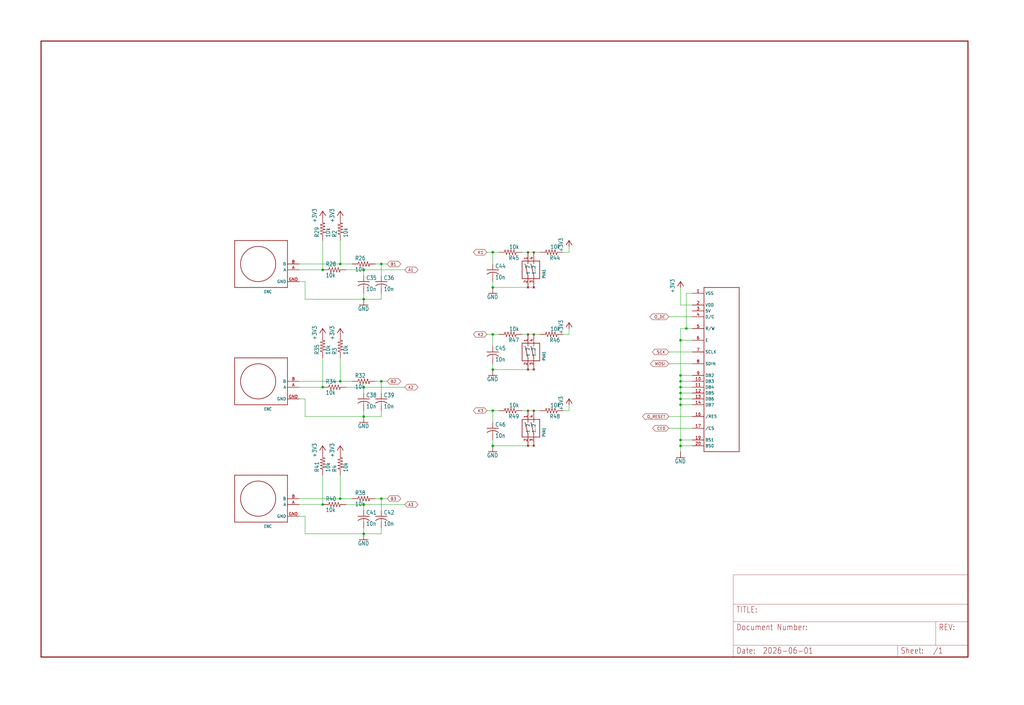
<source format=kicad_sch>
(kicad_sch
	(version 20231120)
	(generator "eeschema")
	(generator_version "8.0")
	(uuid "66ee59f9-7df4-47e6-9a4b-8e5d84f74e60")
	(paper "User" 443.357 305.206)
	(lib_symbols
		(symbol "norns-shield-210330-eagle-import:+3V3"
			(power)
			(exclude_from_sim no)
			(in_bom yes)
			(on_board yes)
			(property "Reference" "#+3V3"
				(at 0 0 0)
				(effects
					(font
						(size 1.27 1.27)
					)
					(hide yes)
				)
			)
			(property "Value" ""
				(at -2.54 -5.08 90)
				(effects
					(font
						(size 1.778 1.5113)
					)
					(justify left bottom)
				)
			)
			(property "Footprint" ""
				(at 0 0 0)
				(effects
					(font
						(size 1.27 1.27)
					)
					(hide yes)
				)
			)
			(property "Datasheet" ""
				(at 0 0 0)
				(effects
					(font
						(size 1.27 1.27)
					)
					(hide yes)
				)
			)
			(property "Description" "SUPPLY SYMBOL"
				(at 0 0 0)
				(effects
					(font
						(size 1.27 1.27)
					)
					(hide yes)
				)
			)
			(property "ki_locked" ""
				(at 0 0 0)
				(effects
					(font
						(size 1.27 1.27)
					)
				)
			)
			(symbol "+3V3_1_0"
				(polyline
					(pts
						(xy 0 0) (xy -1.27 -1.905)
					)
					(stroke
						(width 0.254)
						(type solid)
					)
					(fill
						(type none)
					)
				)
				(polyline
					(pts
						(xy 1.27 -1.905) (xy 0 0)
					)
					(stroke
						(width 0.254)
						(type solid)
					)
					(fill
						(type none)
					)
				)
				(pin power_in line
					(at 0 -2.54 90)
					(length 2.54)
					(name "+3V3"
						(effects
							(font
								(size 0 0)
							)
						)
					)
					(number "1"
						(effects
							(font
								(size 0 0)
							)
						)
					)
				)
			)
		)
		(symbol "norns-shield-210330-eagle-import:C-USC0603"
			(exclude_from_sim no)
			(in_bom yes)
			(on_board yes)
			(property "Reference" "C"
				(at 1.016 0.635 0)
				(effects
					(font
						(size 1.778 1.5113)
					)
					(justify left bottom)
				)
			)
			(property "Value" ""
				(at 1.016 -4.191 0)
				(effects
					(font
						(size 1.778 1.5113)
					)
					(justify left bottom)
				)
			)
			(property "Footprint" "norns-shield-210330:C0603"
				(at 0 0 0)
				(effects
					(font
						(size 1.27 1.27)
					)
					(hide yes)
				)
			)
			(property "Datasheet" ""
				(at 0 0 0)
				(effects
					(font
						(size 1.27 1.27)
					)
					(hide yes)
				)
			)
			(property "Description" "CAPACITOR, American symbol"
				(at 0 0 0)
				(effects
					(font
						(size 1.27 1.27)
					)
					(hide yes)
				)
			)
			(property "ki_locked" ""
				(at 0 0 0)
				(effects
					(font
						(size 1.27 1.27)
					)
				)
			)
			(symbol "C-USC0603_1_0"
				(arc
					(start 0 -1.0161)
					(mid -1.302 -1.2303)
					(end -2.4668 -1.8504)
					(stroke
						(width 0.254)
						(type solid)
					)
					(fill
						(type none)
					)
				)
				(polyline
					(pts
						(xy -2.54 0) (xy 2.54 0)
					)
					(stroke
						(width 0.254)
						(type solid)
					)
					(fill
						(type none)
					)
				)
				(polyline
					(pts
						(xy 0 -1.016) (xy 0 -2.54)
					)
					(stroke
						(width 0.1524)
						(type solid)
					)
					(fill
						(type none)
					)
				)
				(arc
					(start 2.4892 -1.8541)
					(mid 1.3158 -1.2194)
					(end 0 -1)
					(stroke
						(width 0.254)
						(type solid)
					)
					(fill
						(type none)
					)
				)
				(pin passive line
					(at 0 2.54 270)
					(length 2.54)
					(name "1"
						(effects
							(font
								(size 0 0)
							)
						)
					)
					(number "1"
						(effects
							(font
								(size 0 0)
							)
						)
					)
				)
				(pin passive line
					(at 0 -5.08 90)
					(length 2.54)
					(name "2"
						(effects
							(font
								(size 0 0)
							)
						)
					)
					(number "2"
						(effects
							(font
								(size 0 0)
							)
						)
					)
				)
			)
		)
		(symbol "norns-shield-210330-eagle-import:ENC"
			(exclude_from_sim no)
			(in_bom yes)
			(on_board yes)
			(property "Reference" ""
				(at -10.16 -12.7 0)
				(effects
					(font
						(size 1.27 1.0795)
					)
					(justify left bottom)
					(hide yes)
				)
			)
			(property "Value" ""
				(at 2.54 -12.7 0)
				(effects
					(font
						(size 1.27 1.0795)
					)
					(justify left bottom)
				)
			)
			(property "Footprint" "norns-shield-210330:PEC11RN"
				(at 0 0 0)
				(effects
					(font
						(size 1.27 1.27)
					)
					(hide yes)
				)
			)
			(property "Datasheet" ""
				(at 0 0 0)
				(effects
					(font
						(size 1.27 1.27)
					)
					(hide yes)
				)
			)
			(property "Description" ""
				(at 0 0 0)
				(effects
					(font
						(size 1.27 1.27)
					)
					(hide yes)
				)
			)
			(property "ki_locked" ""
				(at 0 0 0)
				(effects
					(font
						(size 1.27 1.27)
					)
				)
			)
			(symbol "ENC_1_0"
				(polyline
					(pts
						(xy -10.16 -10.16) (xy -10.16 10.16)
					)
					(stroke
						(width 0.254)
						(type solid)
					)
					(fill
						(type none)
					)
				)
				(polyline
					(pts
						(xy -10.16 10.16) (xy 12.7 10.16)
					)
					(stroke
						(width 0.254)
						(type solid)
					)
					(fill
						(type none)
					)
				)
				(polyline
					(pts
						(xy 12.7 -10.16) (xy -10.16 -10.16)
					)
					(stroke
						(width 0.254)
						(type solid)
					)
					(fill
						(type none)
					)
				)
				(polyline
					(pts
						(xy 12.7 10.16) (xy 12.7 -10.16)
					)
					(stroke
						(width 0.254)
						(type solid)
					)
					(fill
						(type none)
					)
				)
				(circle
					(center 0 0)
					(radius 7.62)
					(stroke
						(width 0.254)
						(type solid)
					)
					(fill
						(type none)
					)
				)
				(pin bidirectional line
					(at 17.78 -2.54 180)
					(length 5.08)
					(name "A"
						(effects
							(font
								(size 1.27 1.27)
							)
						)
					)
					(number "A"
						(effects
							(font
								(size 1.27 1.27)
							)
						)
					)
				)
				(pin bidirectional line
					(at 17.78 0 180)
					(length 5.08)
					(name "B"
						(effects
							(font
								(size 1.27 1.27)
							)
						)
					)
					(number "B"
						(effects
							(font
								(size 1.27 1.27)
							)
						)
					)
				)
				(pin bidirectional line
					(at 17.78 -7.62 180)
					(length 5.08)
					(name "GND"
						(effects
							(font
								(size 1.27 1.27)
							)
						)
					)
					(number "GND"
						(effects
							(font
								(size 1.27 1.27)
							)
						)
					)
				)
			)
		)
		(symbol "norns-shield-210330-eagle-import:GND"
			(power)
			(exclude_from_sim no)
			(in_bom yes)
			(on_board yes)
			(property "Reference" "#GND"
				(at 0 0 0)
				(effects
					(font
						(size 1.27 1.27)
					)
					(hide yes)
				)
			)
			(property "Value" ""
				(at -2.54 -2.54 0)
				(effects
					(font
						(size 1.778 1.5113)
					)
					(justify left bottom)
				)
			)
			(property "Footprint" ""
				(at 0 0 0)
				(effects
					(font
						(size 1.27 1.27)
					)
					(hide yes)
				)
			)
			(property "Datasheet" ""
				(at 0 0 0)
				(effects
					(font
						(size 1.27 1.27)
					)
					(hide yes)
				)
			)
			(property "Description" "SUPPLY SYMBOL"
				(at 0 0 0)
				(effects
					(font
						(size 1.27 1.27)
					)
					(hide yes)
				)
			)
			(property "ki_locked" ""
				(at 0 0 0)
				(effects
					(font
						(size 1.27 1.27)
					)
				)
			)
			(symbol "GND_1_0"
				(polyline
					(pts
						(xy -1.905 0) (xy 1.905 0)
					)
					(stroke
						(width 0.254)
						(type solid)
					)
					(fill
						(type none)
					)
				)
				(pin power_in line
					(at 0 2.54 270)
					(length 2.54)
					(name "GND"
						(effects
							(font
								(size 0 0)
							)
						)
					)
					(number "1"
						(effects
							(font
								(size 0 0)
							)
						)
					)
				)
			)
		)
		(symbol "norns-shield-210330-eagle-import:OLED128X64"
			(exclude_from_sim no)
			(in_bom yes)
			(on_board yes)
			(property "Reference" ""
				(at 0 0 0)
				(effects
					(font
						(size 1.27 1.27)
					)
					(hide yes)
				)
			)
			(property "Value" ""
				(at 0 0 0)
				(effects
					(font
						(size 1.27 1.27)
					)
					(hide yes)
				)
			)
			(property "Footprint" "norns-shield-210330:OLED-ALEPH"
				(at 0 0 0)
				(effects
					(font
						(size 1.27 1.27)
					)
					(hide yes)
				)
			)
			(property "Datasheet" ""
				(at 0 0 0)
				(effects
					(font
						(size 1.27 1.27)
					)
					(hide yes)
				)
			)
			(property "Description" ""
				(at 0 0 0)
				(effects
					(font
						(size 1.27 1.27)
					)
					(hide yes)
				)
			)
			(property "ki_locked" ""
				(at 0 0 0)
				(effects
					(font
						(size 1.27 1.27)
					)
				)
			)
			(symbol "OLED128X64_1_0"
				(polyline
					(pts
						(xy -22.86 -45.72) (xy -7.62 -45.72)
					)
					(stroke
						(width 0.254)
						(type solid)
					)
					(fill
						(type none)
					)
				)
				(polyline
					(pts
						(xy -22.86 25.4) (xy -22.86 -45.72)
					)
					(stroke
						(width 0.254)
						(type solid)
					)
					(fill
						(type none)
					)
				)
				(polyline
					(pts
						(xy -7.62 -45.72) (xy -7.62 25.4)
					)
					(stroke
						(width 0.254)
						(type solid)
					)
					(fill
						(type none)
					)
				)
				(polyline
					(pts
						(xy -7.62 25.4) (xy -22.86 25.4)
					)
					(stroke
						(width 0.254)
						(type solid)
					)
					(fill
						(type none)
					)
				)
				(pin bidirectional line
					(at -27.94 22.86 0)
					(length 5.08)
					(name "VSS"
						(effects
							(font
								(size 1.27 1.27)
							)
						)
					)
					(number "1"
						(effects
							(font
								(size 1.27 1.27)
							)
						)
					)
				)
				(pin bidirectional line
					(at -27.94 -15.24 0)
					(length 5.08)
					(name "DB3"
						(effects
							(font
								(size 1.27 1.27)
							)
						)
					)
					(number "10"
						(effects
							(font
								(size 1.27 1.27)
							)
						)
					)
				)
				(pin bidirectional line
					(at -27.94 -17.78 0)
					(length 5.08)
					(name "DB4"
						(effects
							(font
								(size 1.27 1.27)
							)
						)
					)
					(number "11"
						(effects
							(font
								(size 1.27 1.27)
							)
						)
					)
				)
				(pin bidirectional line
					(at -27.94 -20.32 0)
					(length 5.08)
					(name "DB5"
						(effects
							(font
								(size 1.27 1.27)
							)
						)
					)
					(number "12"
						(effects
							(font
								(size 1.27 1.27)
							)
						)
					)
				)
				(pin bidirectional line
					(at -27.94 -22.86 0)
					(length 5.08)
					(name "DB6"
						(effects
							(font
								(size 1.27 1.27)
							)
						)
					)
					(number "13"
						(effects
							(font
								(size 1.27 1.27)
							)
						)
					)
				)
				(pin bidirectional line
					(at -27.94 -25.4 0)
					(length 5.08)
					(name "DB7"
						(effects
							(font
								(size 1.27 1.27)
							)
						)
					)
					(number "14"
						(effects
							(font
								(size 1.27 1.27)
							)
						)
					)
				)
				(pin bidirectional line
					(at -27.94 -30.48 0)
					(length 5.08)
					(name "/RES"
						(effects
							(font
								(size 1.27 1.27)
							)
						)
					)
					(number "16"
						(effects
							(font
								(size 1.27 1.27)
							)
						)
					)
				)
				(pin bidirectional line
					(at -27.94 -35.56 0)
					(length 5.08)
					(name "/CS"
						(effects
							(font
								(size 1.27 1.27)
							)
						)
					)
					(number "17"
						(effects
							(font
								(size 1.27 1.27)
							)
						)
					)
				)
				(pin bidirectional line
					(at -27.94 -40.64 0)
					(length 5.08)
					(name "BS1"
						(effects
							(font
								(size 1.27 1.27)
							)
						)
					)
					(number "19"
						(effects
							(font
								(size 1.27 1.27)
							)
						)
					)
				)
				(pin bidirectional line
					(at -27.94 17.78 0)
					(length 5.08)
					(name "VDD"
						(effects
							(font
								(size 1.27 1.27)
							)
						)
					)
					(number "2"
						(effects
							(font
								(size 1.27 1.27)
							)
						)
					)
				)
				(pin bidirectional line
					(at -27.94 -43.18 0)
					(length 5.08)
					(name "BS0"
						(effects
							(font
								(size 1.27 1.27)
							)
						)
					)
					(number "20"
						(effects
							(font
								(size 1.27 1.27)
							)
						)
					)
				)
				(pin bidirectional line
					(at -27.94 15.24 0)
					(length 5.08)
					(name "5V"
						(effects
							(font
								(size 1.27 1.27)
							)
						)
					)
					(number "3"
						(effects
							(font
								(size 1.27 1.27)
							)
						)
					)
				)
				(pin bidirectional line
					(at -27.94 12.7 0)
					(length 5.08)
					(name "D/C"
						(effects
							(font
								(size 1.27 1.27)
							)
						)
					)
					(number "4"
						(effects
							(font
								(size 1.27 1.27)
							)
						)
					)
				)
				(pin bidirectional line
					(at -27.94 7.62 0)
					(length 5.08)
					(name "R/W"
						(effects
							(font
								(size 1.27 1.27)
							)
						)
					)
					(number "5"
						(effects
							(font
								(size 1.27 1.27)
							)
						)
					)
				)
				(pin bidirectional line
					(at -27.94 2.54 0)
					(length 5.08)
					(name "E"
						(effects
							(font
								(size 1.27 1.27)
							)
						)
					)
					(number "6"
						(effects
							(font
								(size 1.27 1.27)
							)
						)
					)
				)
				(pin bidirectional line
					(at -27.94 -2.54 0)
					(length 5.08)
					(name "SCLK"
						(effects
							(font
								(size 1.27 1.27)
							)
						)
					)
					(number "7"
						(effects
							(font
								(size 1.27 1.27)
							)
						)
					)
				)
				(pin bidirectional line
					(at -27.94 -7.62 0)
					(length 5.08)
					(name "SDIN"
						(effects
							(font
								(size 1.27 1.27)
							)
						)
					)
					(number "8"
						(effects
							(font
								(size 1.27 1.27)
							)
						)
					)
				)
				(pin bidirectional line
					(at -27.94 -12.7 0)
					(length 5.08)
					(name "DB2"
						(effects
							(font
								(size 1.27 1.27)
							)
						)
					)
					(number "9"
						(effects
							(font
								(size 1.27 1.27)
							)
						)
					)
				)
			)
		)
		(symbol "norns-shield-210330-eagle-import:PVA1"
			(exclude_from_sim no)
			(in_bom yes)
			(on_board yes)
			(property "Reference" ""
				(at -3.81 3.81 0)
				(effects
					(font
						(size 1.27 1.0795)
					)
					(justify left bottom)
					(hide yes)
				)
			)
			(property "Value" ""
				(at -3.81 -7.62 0)
				(effects
					(font
						(size 1.27 1.0795)
					)
					(justify left bottom)
				)
			)
			(property "Footprint" "norns-shield-210330:PVA1"
				(at 0 0 0)
				(effects
					(font
						(size 1.27 1.27)
					)
					(hide yes)
				)
			)
			(property "Datasheet" ""
				(at 0 0 0)
				(effects
					(font
						(size 1.27 1.27)
					)
					(hide yes)
				)
			)
			(property "Description" ""
				(at 0 0 0)
				(effects
					(font
						(size 1.27 1.27)
					)
					(hide yes)
				)
			)
			(property "ki_locked" ""
				(at 0 0 0)
				(effects
					(font
						(size 1.27 1.27)
					)
				)
			)
			(symbol "PVA1_1_0"
				(polyline
					(pts
						(xy -3.81 -5.08) (xy 3.81 -5.08)
					)
					(stroke
						(width 0.254)
						(type solid)
					)
					(fill
						(type none)
					)
				)
				(polyline
					(pts
						(xy -3.81 2.54) (xy -3.81 -5.08)
					)
					(stroke
						(width 0.254)
						(type solid)
					)
					(fill
						(type none)
					)
				)
				(polyline
					(pts
						(xy -2.54 -2.54) (xy 2.54 -1.27)
					)
					(stroke
						(width 0.254)
						(type solid)
					)
					(fill
						(type none)
					)
				)
				(polyline
					(pts
						(xy -2.54 0) (xy 2.54 1.27)
					)
					(stroke
						(width 0.254)
						(type solid)
					)
					(fill
						(type none)
					)
				)
				(polyline
					(pts
						(xy 3.81 -5.08) (xy 3.81 2.54)
					)
					(stroke
						(width 0.254)
						(type solid)
					)
					(fill
						(type none)
					)
				)
				(polyline
					(pts
						(xy 3.81 2.54) (xy -3.81 2.54)
					)
					(stroke
						(width 0.254)
						(type solid)
					)
					(fill
						(type none)
					)
				)
				(pin no_connect line
					(at 7.62 0 180)
					(length 5.08)
					(name "2"
						(effects
							(font
								(size 1.27 1.27)
							)
						)
					)
					(number "1"
						(effects
							(font
								(size 1.27 1.27)
							)
						)
					)
				)
				(pin no_connect line
					(at -7.62 0 0)
					(length 5.08)
					(name "1"
						(effects
							(font
								(size 1.27 1.27)
							)
						)
					)
					(number "2"
						(effects
							(font
								(size 1.27 1.27)
							)
						)
					)
				)
				(pin no_connect line
					(at -7.62 -2.54 0)
					(length 5.08)
					(name "1."
						(effects
							(font
								(size 1.27 1.27)
							)
						)
					)
					(number "3"
						(effects
							(font
								(size 1.27 1.27)
							)
						)
					)
				)
				(pin no_connect line
					(at 7.62 -2.54 180)
					(length 5.08)
					(name ".2"
						(effects
							(font
								(size 1.27 1.27)
							)
						)
					)
					(number "4"
						(effects
							(font
								(size 1.27 1.27)
							)
						)
					)
				)
			)
		)
		(symbol "norns-shield-210330-eagle-import:R-US_R0603"
			(exclude_from_sim no)
			(in_bom yes)
			(on_board yes)
			(property "Reference" "R"
				(at -3.81 1.4986 0)
				(effects
					(font
						(size 1.778 1.5113)
					)
					(justify left bottom)
				)
			)
			(property "Value" ""
				(at -3.81 -3.302 0)
				(effects
					(font
						(size 1.778 1.5113)
					)
					(justify left bottom)
				)
			)
			(property "Footprint" "norns-shield-210330:R0603"
				(at 0 0 0)
				(effects
					(font
						(size 1.27 1.27)
					)
					(hide yes)
				)
			)
			(property "Datasheet" ""
				(at 0 0 0)
				(effects
					(font
						(size 1.27 1.27)
					)
					(hide yes)
				)
			)
			(property "Description" "RESISTOR, American symbol"
				(at 0 0 0)
				(effects
					(font
						(size 1.27 1.27)
					)
					(hide yes)
				)
			)
			(property "ki_locked" ""
				(at 0 0 0)
				(effects
					(font
						(size 1.27 1.27)
					)
				)
			)
			(symbol "R-US_R0603_1_0"
				(polyline
					(pts
						(xy -2.54 0) (xy -2.159 1.016)
					)
					(stroke
						(width 0.2032)
						(type solid)
					)
					(fill
						(type none)
					)
				)
				(polyline
					(pts
						(xy -2.159 1.016) (xy -1.524 -1.016)
					)
					(stroke
						(width 0.2032)
						(type solid)
					)
					(fill
						(type none)
					)
				)
				(polyline
					(pts
						(xy -1.524 -1.016) (xy -0.889 1.016)
					)
					(stroke
						(width 0.2032)
						(type solid)
					)
					(fill
						(type none)
					)
				)
				(polyline
					(pts
						(xy -0.889 1.016) (xy -0.254 -1.016)
					)
					(stroke
						(width 0.2032)
						(type solid)
					)
					(fill
						(type none)
					)
				)
				(polyline
					(pts
						(xy -0.254 -1.016) (xy 0.381 1.016)
					)
					(stroke
						(width 0.2032)
						(type solid)
					)
					(fill
						(type none)
					)
				)
				(polyline
					(pts
						(xy 0.381 1.016) (xy 1.016 -1.016)
					)
					(stroke
						(width 0.2032)
						(type solid)
					)
					(fill
						(type none)
					)
				)
				(polyline
					(pts
						(xy 1.016 -1.016) (xy 1.651 1.016)
					)
					(stroke
						(width 0.2032)
						(type solid)
					)
					(fill
						(type none)
					)
				)
				(polyline
					(pts
						(xy 1.651 1.016) (xy 2.286 -1.016)
					)
					(stroke
						(width 0.2032)
						(type solid)
					)
					(fill
						(type none)
					)
				)
				(polyline
					(pts
						(xy 2.286 -1.016) (xy 2.54 0)
					)
					(stroke
						(width 0.2032)
						(type solid)
					)
					(fill
						(type none)
					)
				)
				(pin passive line
					(at -5.08 0 0)
					(length 2.54)
					(name "1"
						(effects
							(font
								(size 0 0)
							)
						)
					)
					(number "1"
						(effects
							(font
								(size 0 0)
							)
						)
					)
				)
				(pin passive line
					(at 5.08 0 180)
					(length 2.54)
					(name "2"
						(effects
							(font
								(size 0 0)
							)
						)
					)
					(number "2"
						(effects
							(font
								(size 0 0)
							)
						)
					)
				)
			)
		)
		(symbol "norns-shield-210330-eagle-import:TABL_L"
			(exclude_from_sim no)
			(in_bom yes)
			(on_board yes)
			(property "Reference" "#FRAME"
				(at 0 0 0)
				(effects
					(font
						(size 1.27 1.27)
					)
					(hide yes)
				)
			)
			(property "Value" ""
				(at 0 0 0)
				(effects
					(font
						(size 1.27 1.27)
					)
					(hide yes)
				)
			)
			(property "Footprint" ""
				(at 0 0 0)
				(effects
					(font
						(size 1.27 1.27)
					)
					(hide yes)
				)
			)
			(property "Datasheet" ""
				(at 0 0 0)
				(effects
					(font
						(size 1.27 1.27)
					)
					(hide yes)
				)
			)
			(property "Description" "FRAME\n\n401 x 266 mm, landscape"
				(at 0 0 0)
				(effects
					(font
						(size 1.27 1.27)
					)
					(hide yes)
				)
			)
			(property "ki_locked" ""
				(at 0 0 0)
				(effects
					(font
						(size 1.27 1.27)
					)
				)
			)
			(symbol "TABL_L_1_0"
				(polyline
					(pts
						(xy 0 0) (xy 401.32 0)
					)
					(stroke
						(width 0.4064)
						(type solid)
					)
					(fill
						(type none)
					)
				)
				(polyline
					(pts
						(xy 0 266.7) (xy 0 0)
					)
					(stroke
						(width 0.4064)
						(type solid)
					)
					(fill
						(type none)
					)
				)
				(polyline
					(pts
						(xy 401.32 0) (xy 401.32 266.7)
					)
					(stroke
						(width 0.4064)
						(type solid)
					)
					(fill
						(type none)
					)
				)
				(polyline
					(pts
						(xy 401.32 266.7) (xy 0 266.7)
					)
					(stroke
						(width 0.4064)
						(type solid)
					)
					(fill
						(type none)
					)
				)
			)
			(symbol "TABL_L_2_0"
				(polyline
					(pts
						(xy 0 0) (xy 0 5.08)
					)
					(stroke
						(width 0.1016)
						(type solid)
					)
					(fill
						(type none)
					)
				)
				(polyline
					(pts
						(xy 0 0) (xy 71.12 0)
					)
					(stroke
						(width 0.1016)
						(type solid)
					)
					(fill
						(type none)
					)
				)
				(polyline
					(pts
						(xy 0 5.08) (xy 0 15.24)
					)
					(stroke
						(width 0.1016)
						(type solid)
					)
					(fill
						(type none)
					)
				)
				(polyline
					(pts
						(xy 0 5.08) (xy 71.12 5.08)
					)
					(stroke
						(width 0.1016)
						(type solid)
					)
					(fill
						(type none)
					)
				)
				(polyline
					(pts
						(xy 0 15.24) (xy 0 22.86)
					)
					(stroke
						(width 0.1016)
						(type solid)
					)
					(fill
						(type none)
					)
				)
				(polyline
					(pts
						(xy 0 22.86) (xy 0 35.56)
					)
					(stroke
						(width 0.1016)
						(type solid)
					)
					(fill
						(type none)
					)
				)
				(polyline
					(pts
						(xy 0 22.86) (xy 101.6 22.86)
					)
					(stroke
						(width 0.1016)
						(type solid)
					)
					(fill
						(type none)
					)
				)
				(polyline
					(pts
						(xy 71.12 0) (xy 101.6 0)
					)
					(stroke
						(width 0.1016)
						(type solid)
					)
					(fill
						(type none)
					)
				)
				(polyline
					(pts
						(xy 71.12 5.08) (xy 71.12 0)
					)
					(stroke
						(width 0.1016)
						(type solid)
					)
					(fill
						(type none)
					)
				)
				(polyline
					(pts
						(xy 71.12 5.08) (xy 87.63 5.08)
					)
					(stroke
						(width 0.1016)
						(type solid)
					)
					(fill
						(type none)
					)
				)
				(polyline
					(pts
						(xy 87.63 5.08) (xy 101.6 5.08)
					)
					(stroke
						(width 0.1016)
						(type solid)
					)
					(fill
						(type none)
					)
				)
				(polyline
					(pts
						(xy 87.63 15.24) (xy 0 15.24)
					)
					(stroke
						(width 0.1016)
						(type solid)
					)
					(fill
						(type none)
					)
				)
				(polyline
					(pts
						(xy 87.63 15.24) (xy 87.63 5.08)
					)
					(stroke
						(width 0.1016)
						(type solid)
					)
					(fill
						(type none)
					)
				)
				(polyline
					(pts
						(xy 101.6 5.08) (xy 101.6 0)
					)
					(stroke
						(width 0.1016)
						(type solid)
					)
					(fill
						(type none)
					)
				)
				(polyline
					(pts
						(xy 101.6 15.24) (xy 87.63 15.24)
					)
					(stroke
						(width 0.1016)
						(type solid)
					)
					(fill
						(type none)
					)
				)
				(polyline
					(pts
						(xy 101.6 15.24) (xy 101.6 5.08)
					)
					(stroke
						(width 0.1016)
						(type solid)
					)
					(fill
						(type none)
					)
				)
				(polyline
					(pts
						(xy 101.6 22.86) (xy 101.6 15.24)
					)
					(stroke
						(width 0.1016)
						(type solid)
					)
					(fill
						(type none)
					)
				)
				(polyline
					(pts
						(xy 101.6 35.56) (xy 0 35.56)
					)
					(stroke
						(width 0.1016)
						(type solid)
					)
					(fill
						(type none)
					)
				)
				(polyline
					(pts
						(xy 101.6 35.56) (xy 101.6 22.86)
					)
					(stroke
						(width 0.1016)
						(type solid)
					)
					(fill
						(type none)
					)
				)
				(text "${#}/${##}"
					(at 86.36 1.27 0)
					(effects
						(font
							(size 2.54 2.159)
						)
						(justify left bottom)
					)
				)
				(text "${CURRENT_DATE}"
					(at 12.7 1.27 0)
					(effects
						(font
							(size 2.54 2.159)
						)
						(justify left bottom)
					)
				)
				(text "${PROJECTNAME}"
					(at 17.78 19.05 0)
					(effects
						(font
							(size 2.54 2.159)
						)
						(justify left bottom)
					)
				)
				(text "Date:"
					(at 1.27 1.27 0)
					(effects
						(font
							(size 2.54 2.159)
						)
						(justify left bottom)
					)
				)
				(text "Document Number:"
					(at 1.27 11.43 0)
					(effects
						(font
							(size 2.54 2.159)
						)
						(justify left bottom)
					)
				)
				(text "REV:"
					(at 88.9 11.43 0)
					(effects
						(font
							(size 2.54 2.159)
						)
						(justify left bottom)
					)
				)
				(text "Sheet:"
					(at 72.39 1.27 0)
					(effects
						(font
							(size 2.54 2.159)
						)
						(justify left bottom)
					)
				)
				(text "TITLE:"
					(at 1.27 19.05 0)
					(effects
						(font
							(size 2.54 2.159)
						)
						(justify left bottom)
					)
				)
			)
		)
	)
	(junction
		(at 147.32 215.9)
		(diameter 0)
		(color 0 0 0 0)
		(uuid "07680a1d-8de3-4ac8-b358-afae06b27376")
	)
	(junction
		(at 213.36 124.46)
		(diameter 0)
		(color 0 0 0 0)
		(uuid "079754e8-3b8c-476c-9bc1-4119a4832c5a")
	)
	(junction
		(at 294.64 167.64)
		(diameter 0)
		(color 0 0 0 0)
		(uuid "1161e1c4-760e-4bfe-a07f-fcece432ffe7")
	)
	(junction
		(at 157.48 231.14)
		(diameter 0)
		(color 0 0 0 0)
		(uuid "172f4cca-8947-4fac-8eb8-a1712e76dbc6")
	)
	(junction
		(at 139.7 218.44)
		(diameter 0)
		(color 0 0 0 0)
		(uuid "2ee5518f-0919-4109-ba2e-54c92cd904b3")
	)
	(junction
		(at 294.64 172.72)
		(diameter 0)
		(color 0 0 0 0)
		(uuid "325d3368-b023-4e92-8935-e74333340d11")
	)
	(junction
		(at 294.64 175.26)
		(diameter 0)
		(color 0 0 0 0)
		(uuid "483f355f-6e95-483a-8794-c8e09319cedb")
	)
	(junction
		(at 165.1 114.3)
		(diameter 0)
		(color 0 0 0 0)
		(uuid "5d3debb4-7800-4702-9406-f9889f52d3fa")
	)
	(junction
		(at 294.64 165.1)
		(diameter 0)
		(color 0 0 0 0)
		(uuid "5f5e6ee4-01f0-4bce-b93f-5f2da2a58da3")
	)
	(junction
		(at 165.1 165.1)
		(diameter 0)
		(color 0 0 0 0)
		(uuid "6e9ebb59-e873-4d87-8506-252860acb99d")
	)
	(junction
		(at 213.36 109.22)
		(diameter 0)
		(color 0 0 0 0)
		(uuid "6f33c3d7-ee0c-4390-9099-32e1871e68b8")
	)
	(junction
		(at 139.7 167.64)
		(diameter 0)
		(color 0 0 0 0)
		(uuid "74d985a7-1ffb-43dc-ac41-0a207b5f26e7")
	)
	(junction
		(at 157.48 167.64)
		(diameter 0)
		(color 0 0 0 0)
		(uuid "7e5b5498-fee2-4c5f-9646-41a5b6457238")
	)
	(junction
		(at 165.1 215.9)
		(diameter 0)
		(color 0 0 0 0)
		(uuid "8020f54e-3a9a-476f-83c4-d5fbab6deb6e")
	)
	(junction
		(at 139.7 116.84)
		(diameter 0)
		(color 0 0 0 0)
		(uuid "910bea3c-a7df-4449-94d5-813e7f2d9d6c")
	)
	(junction
		(at 294.64 170.18)
		(diameter 0)
		(color 0 0 0 0)
		(uuid "9494702b-2c6d-4b09-a431-11226074d49c")
	)
	(junction
		(at 213.36 160.02)
		(diameter 0)
		(color 0 0 0 0)
		(uuid "9cc1d690-6190-4ec2-82d5-8c8660557d56")
	)
	(junction
		(at 157.48 129.54)
		(diameter 0)
		(color 0 0 0 0)
		(uuid "9e52af2f-93fc-4476-b820-a19a5ab82dd8")
	)
	(junction
		(at 213.36 144.78)
		(diameter 0)
		(color 0 0 0 0)
		(uuid "a663365a-6032-468f-bb0f-d6bffb5733bc")
	)
	(junction
		(at 297.18 142.24)
		(diameter 0)
		(color 0 0 0 0)
		(uuid "bce555ea-cd4d-49ac-8ff9-5000e3fed6ce")
	)
	(junction
		(at 157.48 218.44)
		(diameter 0)
		(color 0 0 0 0)
		(uuid "c87f0a2f-6af7-474b-aec1-f84242de519f")
	)
	(junction
		(at 147.32 114.3)
		(diameter 0)
		(color 0 0 0 0)
		(uuid "d0f9fec3-1e40-4a9f-a24a-eceb31cf94ac")
	)
	(junction
		(at 147.32 165.1)
		(diameter 0)
		(color 0 0 0 0)
		(uuid "d23b3631-3912-42bf-be3d-f6da2d4e794e")
	)
	(junction
		(at 294.64 147.32)
		(diameter 0)
		(color 0 0 0 0)
		(uuid "d346d6e6-c4d1-4e0b-870e-cc854c8c9bb7")
	)
	(junction
		(at 213.36 193.04)
		(diameter 0)
		(color 0 0 0 0)
		(uuid "d975f892-5fc1-47b1-80c2-c8a90bb70ed4")
	)
	(junction
		(at 294.64 190.5)
		(diameter 0)
		(color 0 0 0 0)
		(uuid "e1866233-287f-49f6-8549-bb305ac3055a")
	)
	(junction
		(at 157.48 180.34)
		(diameter 0)
		(color 0 0 0 0)
		(uuid "e21f716e-9597-4307-b60e-e13cd689de4b")
	)
	(junction
		(at 294.64 193.04)
		(diameter 0)
		(color 0 0 0 0)
		(uuid "ef578550-1147-49e2-af0b-a6a0f4a9c915")
	)
	(junction
		(at 294.64 162.56)
		(diameter 0)
		(color 0 0 0 0)
		(uuid "f602d06e-c668-4376-b885-781f96da3958")
	)
	(junction
		(at 213.36 177.8)
		(diameter 0)
		(color 0 0 0 0)
		(uuid "f7d9abc3-8cee-4753-a862-0241a220fff3")
	)
	(junction
		(at 157.48 116.84)
		(diameter 0)
		(color 0 0 0 0)
		(uuid "fc02c153-c338-4f83-898c-8acd3f7ae878")
	)
	(wire
		(pts
			(xy 294.64 172.72) (xy 294.64 175.26)
		)
		(stroke
			(width 0.1524)
			(type solid)
		)
		(uuid "00276604-c96f-4394-bd1c-86479b4a1f07")
	)
	(wire
		(pts
			(xy 165.1 215.9) (xy 167.64 215.9)
		)
		(stroke
			(width 0.1524)
			(type solid)
		)
		(uuid "032e1836-bdd6-49f4-a684-1ce88d269380")
	)
	(wire
		(pts
			(xy 139.7 104.14) (xy 139.7 116.84)
		)
		(stroke
			(width 0.1524)
			(type solid)
		)
		(uuid "0556c952-b456-4506-a686-ffc679e4abad")
	)
	(wire
		(pts
			(xy 157.48 228.6) (xy 157.48 231.14)
		)
		(stroke
			(width 0.1524)
			(type solid)
		)
		(uuid "0a9a1744-3a8a-426a-884e-adbdcda44949")
	)
	(wire
		(pts
			(xy 132.08 121.92) (xy 132.08 129.54)
		)
		(stroke
			(width 0.1524)
			(type solid)
		)
		(uuid "0b24e768-8664-4a84-8b29-ffd4b84d9fa6")
	)
	(wire
		(pts
			(xy 226.06 177.8) (xy 233.68 177.8)
		)
		(stroke
			(width 0.1524)
			(type solid)
		)
		(uuid "0de770a1-4d83-4a2e-acf7-3a69aeaa9fcd")
	)
	(wire
		(pts
			(xy 129.54 165.1) (xy 147.32 165.1)
		)
		(stroke
			(width 0.1524)
			(type solid)
		)
		(uuid "1066613b-7a26-4711-836e-d65b03030a5b")
	)
	(wire
		(pts
			(xy 299.72 157.48) (xy 289.56 157.48)
		)
		(stroke
			(width 0.1524)
			(type solid)
		)
		(uuid "106b5688-d63a-44de-9c7f-e24c8ff9a9a5")
	)
	(wire
		(pts
			(xy 213.36 149.86) (xy 213.36 144.78)
		)
		(stroke
			(width 0.1524)
			(type solid)
		)
		(uuid "120bb9a0-c48a-4b28-abe9-b3dd831ac255")
	)
	(wire
		(pts
			(xy 213.36 193.04) (xy 213.36 190.5)
		)
		(stroke
			(width 0.1524)
			(type solid)
		)
		(uuid "125c1052-612c-46a0-9603-f9d5c0dab2d3")
	)
	(wire
		(pts
			(xy 213.36 124.46) (xy 213.36 121.92)
		)
		(stroke
			(width 0.1524)
			(type solid)
		)
		(uuid "13946872-8a29-4b27-95a4-637224d805bf")
	)
	(wire
		(pts
			(xy 147.32 104.14) (xy 147.32 114.3)
		)
		(stroke
			(width 0.1524)
			(type solid)
		)
		(uuid "1bacbb8e-d218-42bf-93d7-a118ee1fb81b")
	)
	(wire
		(pts
			(xy 297.18 142.24) (xy 294.64 142.24)
		)
		(stroke
			(width 0.1524)
			(type solid)
		)
		(uuid "1de2e64c-244b-4055-9868-14c41d989fe5")
	)
	(wire
		(pts
			(xy 213.36 124.46) (xy 231.14 124.46)
		)
		(stroke
			(width 0.1524)
			(type solid)
		)
		(uuid "1e416647-eb64-4e79-88c8-0e36760f04c7")
	)
	(wire
		(pts
			(xy 299.72 190.5) (xy 294.64 190.5)
		)
		(stroke
			(width 0.1524)
			(type solid)
		)
		(uuid "1eefa810-b174-4b0f-b16b-ad256fb32807")
	)
	(wire
		(pts
			(xy 213.36 144.78) (xy 210.82 144.78)
		)
		(stroke
			(width 0.1524)
			(type solid)
		)
		(uuid "220cb620-ad4c-485a-bce6-13d96b43dd8d")
	)
	(wire
		(pts
			(xy 157.48 180.34) (xy 165.1 180.34)
		)
		(stroke
			(width 0.1524)
			(type solid)
		)
		(uuid "220e329e-6286-49d3-94ef-63695b9e458f")
	)
	(wire
		(pts
			(xy 246.38 142.24) (xy 246.38 144.78)
		)
		(stroke
			(width 0.1524)
			(type solid)
		)
		(uuid "23b81824-098e-41f5-a789-d38851703084")
	)
	(wire
		(pts
			(xy 294.64 165.1) (xy 294.64 167.64)
		)
		(stroke
			(width 0.1524)
			(type solid)
		)
		(uuid "24594a29-ac36-42dc-a6b6-009f300ba168")
	)
	(wire
		(pts
			(xy 139.7 154.94) (xy 139.7 167.64)
		)
		(stroke
			(width 0.1524)
			(type solid)
		)
		(uuid "26187f9d-0b34-452d-a16d-f92f65e9390f")
	)
	(wire
		(pts
			(xy 299.72 137.16) (xy 289.56 137.16)
		)
		(stroke
			(width 0.1524)
			(type solid)
		)
		(uuid "26f7681f-cda7-42ed-9a17-e5c3930da89a")
	)
	(wire
		(pts
			(xy 299.72 152.4) (xy 289.56 152.4)
		)
		(stroke
			(width 0.1524)
			(type solid)
		)
		(uuid "28dcc217-8dd3-41fd-8114-eb2dcb4050d7")
	)
	(wire
		(pts
			(xy 157.48 218.44) (xy 175.26 218.44)
		)
		(stroke
			(width 0.1524)
			(type solid)
		)
		(uuid "29843dcf-b3cc-4e0c-b7b2-54ffa286588a")
	)
	(wire
		(pts
			(xy 165.1 114.3) (xy 165.1 119.38)
		)
		(stroke
			(width 0.1524)
			(type solid)
		)
		(uuid "2a1b816b-1d44-4730-8c23-167a594bf211")
	)
	(wire
		(pts
			(xy 299.72 142.24) (xy 297.18 142.24)
		)
		(stroke
			(width 0.1524)
			(type solid)
		)
		(uuid "2acd4fe8-ec96-4d17-a3fd-e2dab7ea0f1d")
	)
	(wire
		(pts
			(xy 147.32 215.9) (xy 152.4 215.9)
		)
		(stroke
			(width 0.1524)
			(type solid)
		)
		(uuid "2d0b0781-9af0-45bb-a215-e02c54b35a13")
	)
	(wire
		(pts
			(xy 129.54 172.72) (xy 132.08 172.72)
		)
		(stroke
			(width 0.1524)
			(type solid)
		)
		(uuid "3129290b-e77d-48dd-b79f-70cbc5492777")
	)
	(wire
		(pts
			(xy 215.9 144.78) (xy 213.36 144.78)
		)
		(stroke
			(width 0.1524)
			(type solid)
		)
		(uuid "3607cd70-8163-4d34-9125-30c2af0e5585")
	)
	(wire
		(pts
			(xy 165.1 165.1) (xy 167.64 165.1)
		)
		(stroke
			(width 0.1524)
			(type solid)
		)
		(uuid "3647f1ee-da4d-47e4-9b39-1e508cf4d62f")
	)
	(wire
		(pts
			(xy 243.84 109.22) (xy 246.38 109.22)
		)
		(stroke
			(width 0.1524)
			(type solid)
		)
		(uuid "367cebb8-78bb-469c-98ba-7f7488976028")
	)
	(wire
		(pts
			(xy 294.64 170.18) (xy 294.64 172.72)
		)
		(stroke
			(width 0.1524)
			(type solid)
		)
		(uuid "3a1e881c-54af-49d2-81e3-18f61b2be865")
	)
	(wire
		(pts
			(xy 157.48 127) (xy 157.48 129.54)
		)
		(stroke
			(width 0.1524)
			(type solid)
		)
		(uuid "3ad92923-f7bb-4a37-afe0-36c19fc590cf")
	)
	(wire
		(pts
			(xy 132.08 180.34) (xy 157.48 180.34)
		)
		(stroke
			(width 0.1524)
			(type solid)
		)
		(uuid "43ce4aa6-b0de-47d7-8653-a7fe899adfa0")
	)
	(wire
		(pts
			(xy 294.64 193.04) (xy 294.64 195.58)
		)
		(stroke
			(width 0.1524)
			(type solid)
		)
		(uuid "45cc3bd9-16e7-4766-855a-f0232124ff22")
	)
	(wire
		(pts
			(xy 294.64 132.08) (xy 294.64 124.46)
		)
		(stroke
			(width 0.1524)
			(type solid)
		)
		(uuid "4633fc9a-d51a-4ad1-8ee9-22b0d18c85a8")
	)
	(wire
		(pts
			(xy 132.08 223.52) (xy 132.08 231.14)
		)
		(stroke
			(width 0.1524)
			(type solid)
		)
		(uuid "4721744b-5d68-484c-9762-1160fc254b4e")
	)
	(wire
		(pts
			(xy 299.72 185.42) (xy 289.56 185.42)
		)
		(stroke
			(width 0.1524)
			(type solid)
		)
		(uuid "4bbaf128-421d-43b8-8c51-2461f2a06491")
	)
	(wire
		(pts
			(xy 299.72 193.04) (xy 294.64 193.04)
		)
		(stroke
			(width 0.1524)
			(type solid)
		)
		(uuid "4d07e5d1-a299-42ec-ae18-2cfdf34497c1")
	)
	(wire
		(pts
			(xy 299.72 132.08) (xy 294.64 132.08)
		)
		(stroke
			(width 0.1524)
			(type solid)
		)
		(uuid "4f429cd5-ec59-4cfb-8fcd-100b3b1d96cd")
	)
	(wire
		(pts
			(xy 213.36 193.04) (xy 231.14 193.04)
		)
		(stroke
			(width 0.1524)
			(type solid)
		)
		(uuid "50245270-63dd-4cee-a75a-911e52c2f71e")
	)
	(wire
		(pts
			(xy 157.48 167.64) (xy 175.26 167.64)
		)
		(stroke
			(width 0.1524)
			(type solid)
		)
		(uuid "52e542dc-8d8a-4ce4-a4dc-c6f89814a224")
	)
	(wire
		(pts
			(xy 132.08 129.54) (xy 157.48 129.54)
		)
		(stroke
			(width 0.1524)
			(type solid)
		)
		(uuid "535b0cc2-4dba-4936-996d-40bc7df3f6af")
	)
	(wire
		(pts
			(xy 213.36 114.3) (xy 213.36 109.22)
		)
		(stroke
			(width 0.1524)
			(type solid)
		)
		(uuid "574e4822-fa70-4c96-9b9e-e3907a8c4331")
	)
	(wire
		(pts
			(xy 149.86 167.64) (xy 157.48 167.64)
		)
		(stroke
			(width 0.1524)
			(type solid)
		)
		(uuid "58554a8c-e8b7-40c4-b014-269edaf0bdc7")
	)
	(wire
		(pts
			(xy 294.64 162.56) (xy 294.64 165.1)
		)
		(stroke
			(width 0.1524)
			(type solid)
		)
		(uuid "596b3445-cc70-4dbe-b78e-11057c1697e4")
	)
	(wire
		(pts
			(xy 294.64 147.32) (xy 294.64 162.56)
		)
		(stroke
			(width 0.1524)
			(type solid)
		)
		(uuid "5f0b56e3-8140-47b8-a676-0b9834b1a3bc")
	)
	(wire
		(pts
			(xy 294.64 175.26) (xy 294.64 190.5)
		)
		(stroke
			(width 0.1524)
			(type solid)
		)
		(uuid "5f581025-5dda-4eba-b302-dc89393472df")
	)
	(wire
		(pts
			(xy 165.1 114.3) (xy 167.64 114.3)
		)
		(stroke
			(width 0.1524)
			(type solid)
		)
		(uuid "608ccfde-ac1b-4a04-a136-6961bc5c7301")
	)
	(wire
		(pts
			(xy 147.32 154.94) (xy 147.32 165.1)
		)
		(stroke
			(width 0.1524)
			(type solid)
		)
		(uuid "60f1a148-41f4-4980-aacd-16e748a7c3dc")
	)
	(wire
		(pts
			(xy 139.7 167.64) (xy 129.54 167.64)
		)
		(stroke
			(width 0.1524)
			(type solid)
		)
		(uuid "62f44180-b085-4498-b9d5-36a6b2f76f46")
	)
	(wire
		(pts
			(xy 297.18 142.24) (xy 297.18 127)
		)
		(stroke
			(width 0.1524)
			(type solid)
		)
		(uuid "6493fb0d-cf84-409b-bc94-2ce408bedca5")
	)
	(wire
		(pts
			(xy 213.36 182.88) (xy 213.36 177.8)
		)
		(stroke
			(width 0.1524)
			(type solid)
		)
		(uuid "682f86eb-25d2-440c-ac5c-c3cd0a9c1e91")
	)
	(wire
		(pts
			(xy 165.1 215.9) (xy 165.1 220.98)
		)
		(stroke
			(width 0.1524)
			(type solid)
		)
		(uuid "6915d09d-81c3-4986-a2b1-789285792d0d")
	)
	(wire
		(pts
			(xy 129.54 223.52) (xy 132.08 223.52)
		)
		(stroke
			(width 0.1524)
			(type solid)
		)
		(uuid "69a7eeda-04c8-44b4-b044-c1b092a932bd")
	)
	(wire
		(pts
			(xy 299.72 175.26) (xy 294.64 175.26)
		)
		(stroke
			(width 0.1524)
			(type solid)
		)
		(uuid "70264cd7-f72e-40e1-a416-3c3096422570")
	)
	(wire
		(pts
			(xy 149.86 116.84) (xy 157.48 116.84)
		)
		(stroke
			(width 0.1524)
			(type solid)
		)
		(uuid "75a9ad14-2606-41d4-a6f8-072047adbdb2")
	)
	(wire
		(pts
			(xy 157.48 116.84) (xy 175.26 116.84)
		)
		(stroke
			(width 0.1524)
			(type solid)
		)
		(uuid "762bd127-3154-4b34-a6c1-b17ad70def52")
	)
	(wire
		(pts
			(xy 147.32 215.9) (xy 147.32 205.74)
		)
		(stroke
			(width 0.1524)
			(type solid)
		)
		(uuid "7a6b14a6-cfa8-4d14-9b47-8df3c4dfb480")
	)
	(wire
		(pts
			(xy 157.48 167.64) (xy 157.48 170.18)
		)
		(stroke
			(width 0.1524)
			(type solid)
		)
		(uuid "7ec779eb-652e-4f58-9461-2d0a9a9ea31f")
	)
	(wire
		(pts
			(xy 147.32 114.3) (xy 152.4 114.3)
		)
		(stroke
			(width 0.1524)
			(type solid)
		)
		(uuid "7ee0d228-59b9-45cb-836e-b51d1f28024b")
	)
	(wire
		(pts
			(xy 294.64 167.64) (xy 294.64 170.18)
		)
		(stroke
			(width 0.1524)
			(type solid)
		)
		(uuid "80ecd9e5-76c4-472a-a00d-d927b0b91cfe")
	)
	(wire
		(pts
			(xy 147.32 165.1) (xy 152.4 165.1)
		)
		(stroke
			(width 0.1524)
			(type solid)
		)
		(uuid "81949dfc-c62b-4cc0-af1d-1c746ba3e337")
	)
	(wire
		(pts
			(xy 139.7 205.74) (xy 139.7 218.44)
		)
		(stroke
			(width 0.1524)
			(type solid)
		)
		(uuid "82fce577-39b9-45c4-a157-8881cf50734c")
	)
	(wire
		(pts
			(xy 297.18 127) (xy 299.72 127)
		)
		(stroke
			(width 0.1524)
			(type solid)
		)
		(uuid "84b0f20b-18df-4469-b07c-9bb2e4f6bd0d")
	)
	(wire
		(pts
			(xy 213.36 160.02) (xy 231.14 160.02)
		)
		(stroke
			(width 0.1524)
			(type solid)
		)
		(uuid "86e14c1c-ee95-4271-b6b5-b43c17baf7f1")
	)
	(wire
		(pts
			(xy 132.08 231.14) (xy 157.48 231.14)
		)
		(stroke
			(width 0.1524)
			(type solid)
		)
		(uuid "8ca6eaf2-21d7-4abf-8b4b-291bd11b5257")
	)
	(wire
		(pts
			(xy 157.48 231.14) (xy 165.1 231.14)
		)
		(stroke
			(width 0.1524)
			(type solid)
		)
		(uuid "8f22be9a-d712-42d0-8c38-17588e886f00")
	)
	(wire
		(pts
			(xy 165.1 165.1) (xy 165.1 170.18)
		)
		(stroke
			(width 0.1524)
			(type solid)
		)
		(uuid "929b986a-0479-4b94-a716-e7b7766e834f")
	)
	(wire
		(pts
			(xy 215.9 109.22) (xy 213.36 109.22)
		)
		(stroke
			(width 0.1524)
			(type solid)
		)
		(uuid "932f6308-c7d5-43de-b71a-12b4ad916447")
	)
	(wire
		(pts
			(xy 299.72 180.34) (xy 289.56 180.34)
		)
		(stroke
			(width 0.1524)
			(type solid)
		)
		(uuid "95ae5279-2cec-4b99-9d33-97b74075ebb2")
	)
	(wire
		(pts
			(xy 226.06 109.22) (xy 233.68 109.22)
		)
		(stroke
			(width 0.1524)
			(type solid)
		)
		(uuid "969d0e2c-0eab-419d-8d5a-c5b2056b6fd7")
	)
	(wire
		(pts
			(xy 129.54 121.92) (xy 132.08 121.92)
		)
		(stroke
			(width 0.1524)
			(type solid)
		)
		(uuid "981bfd31-72ce-4807-8e92-830326d1c5d7")
	)
	(wire
		(pts
			(xy 299.72 162.56) (xy 294.64 162.56)
		)
		(stroke
			(width 0.1524)
			(type solid)
		)
		(uuid "99806d54-ec07-4736-8492-c962109592b7")
	)
	(wire
		(pts
			(xy 299.72 167.64) (xy 294.64 167.64)
		)
		(stroke
			(width 0.1524)
			(type solid)
		)
		(uuid "a0de2ead-a3e0-4f1b-97db-b8e171dfaa98")
	)
	(wire
		(pts
			(xy 213.36 109.22) (xy 210.82 109.22)
		)
		(stroke
			(width 0.1524)
			(type solid)
		)
		(uuid "a356ddee-d555-41bd-9d5d-f7133440f3bd")
	)
	(wire
		(pts
			(xy 226.06 144.78) (xy 233.68 144.78)
		)
		(stroke
			(width 0.1524)
			(type solid)
		)
		(uuid "a6809b0c-0768-4eec-a5bb-80c9ba9ae075")
	)
	(wire
		(pts
			(xy 294.64 142.24) (xy 294.64 147.32)
		)
		(stroke
			(width 0.1524)
			(type solid)
		)
		(uuid "a6c16e09-dd3e-431e-89b8-50a0d8383b0c")
	)
	(wire
		(pts
			(xy 213.36 160.02) (xy 213.36 157.48)
		)
		(stroke
			(width 0.1524)
			(type solid)
		)
		(uuid "a97c7dec-7e87-42ae-b7b6-321ad83f7aac")
	)
	(wire
		(pts
			(xy 165.1 180.34) (xy 165.1 177.8)
		)
		(stroke
			(width 0.1524)
			(type solid)
		)
		(uuid "b0102115-de05-47f2-967c-0848c19e1c77")
	)
	(wire
		(pts
			(xy 162.56 215.9) (xy 165.1 215.9)
		)
		(stroke
			(width 0.1524)
			(type solid)
		)
		(uuid "b7180e2c-db6c-4f15-81f2-f79033224d71")
	)
	(wire
		(pts
			(xy 129.54 215.9) (xy 147.32 215.9)
		)
		(stroke
			(width 0.1524)
			(type solid)
		)
		(uuid "b8584ed7-1f5c-4d58-9964-f1e16636c202")
	)
	(wire
		(pts
			(xy 139.7 116.84) (xy 129.54 116.84)
		)
		(stroke
			(width 0.1524)
			(type solid)
		)
		(uuid "beb8f7bd-143e-464c-ac1b-366964702e50")
	)
	(wire
		(pts
			(xy 213.36 177.8) (xy 210.82 177.8)
		)
		(stroke
			(width 0.1524)
			(type solid)
		)
		(uuid "bffe9589-7bcc-4206-a511-8f57518eab66")
	)
	(wire
		(pts
			(xy 246.38 144.78) (xy 243.84 144.78)
		)
		(stroke
			(width 0.1524)
			(type solid)
		)
		(uuid "c1eea3e1-37fa-4b18-abd7-f8dfda472074")
	)
	(wire
		(pts
			(xy 299.72 172.72) (xy 294.64 172.72)
		)
		(stroke
			(width 0.1524)
			(type solid)
		)
		(uuid "ca70bc99-e585-4281-93dc-f55b9b52f802")
	)
	(wire
		(pts
			(xy 246.38 177.8) (xy 246.38 175.26)
		)
		(stroke
			(width 0.1524)
			(type solid)
		)
		(uuid "cd938181-7ec2-4d67-8c08-5ba33d3dc7a1")
	)
	(wire
		(pts
			(xy 299.72 165.1) (xy 294.64 165.1)
		)
		(stroke
			(width 0.1524)
			(type solid)
		)
		(uuid "da57cf83-4a7f-4e6a-a2ce-ed9ca4b1470b")
	)
	(wire
		(pts
			(xy 149.86 218.44) (xy 157.48 218.44)
		)
		(stroke
			(width 0.1524)
			(type solid)
		)
		(uuid "dcda7aa8-0598-4618-8560-9095b87ba1d3")
	)
	(wire
		(pts
			(xy 157.48 116.84) (xy 157.48 119.38)
		)
		(stroke
			(width 0.1524)
			(type solid)
		)
		(uuid "e234f851-122c-4cd9-ac10-f12c3701b190")
	)
	(wire
		(pts
			(xy 215.9 177.8) (xy 213.36 177.8)
		)
		(stroke
			(width 0.1524)
			(type solid)
		)
		(uuid "e40355a5-44ff-47a5-b63a-4ff3b2dceaf7")
	)
	(wire
		(pts
			(xy 294.64 190.5) (xy 294.64 193.04)
		)
		(stroke
			(width 0.1524)
			(type solid)
		)
		(uuid "e5c15ecf-6e9f-4dcb-9ca5-1b381d95b3e5")
	)
	(wire
		(pts
			(xy 157.48 177.8) (xy 157.48 180.34)
		)
		(stroke
			(width 0.1524)
			(type solid)
		)
		(uuid "e6683ed6-b915-434e-87ed-f6d38d4bf83a")
	)
	(wire
		(pts
			(xy 243.84 177.8) (xy 246.38 177.8)
		)
		(stroke
			(width 0.1524)
			(type solid)
		)
		(uuid "e6fbe2d6-1ff7-4688-b7e9-b502a32f70e0")
	)
	(wire
		(pts
			(xy 299.72 170.18) (xy 294.64 170.18)
		)
		(stroke
			(width 0.1524)
			(type solid)
		)
		(uuid "e98d0c37-a10d-4947-b355-660094a55305")
	)
	(wire
		(pts
			(xy 132.08 172.72) (xy 132.08 180.34)
		)
		(stroke
			(width 0.1524)
			(type solid)
		)
		(uuid "e99b59a0-cdbe-4d16-8dbe-b25a822b4ecf")
	)
	(wire
		(pts
			(xy 162.56 114.3) (xy 165.1 114.3)
		)
		(stroke
			(width 0.1524)
			(type solid)
		)
		(uuid "f11af898-9529-4d81-8531-24364f0eeb76")
	)
	(wire
		(pts
			(xy 157.48 218.44) (xy 157.48 220.98)
		)
		(stroke
			(width 0.1524)
			(type solid)
		)
		(uuid "f1474acb-68ad-48b3-8a8f-e5cb61df4307")
	)
	(wire
		(pts
			(xy 246.38 106.68) (xy 246.38 109.22)
		)
		(stroke
			(width 0.1524)
			(type solid)
		)
		(uuid "f17be151-b165-475f-94a2-73ab3623151f")
	)
	(wire
		(pts
			(xy 139.7 218.44) (xy 129.54 218.44)
		)
		(stroke
			(width 0.1524)
			(type solid)
		)
		(uuid "f365585e-9039-41b7-9201-51587cc72cc0")
	)
	(wire
		(pts
			(xy 129.54 114.3) (xy 147.32 114.3)
		)
		(stroke
			(width 0.1524)
			(type solid)
		)
		(uuid "f6e72b96-ce49-4372-81b8-e8a0937e7e51")
	)
	(wire
		(pts
			(xy 157.48 129.54) (xy 165.1 129.54)
		)
		(stroke
			(width 0.1524)
			(type solid)
		)
		(uuid "f81d3cbc-7f3d-4e4f-9b1e-7effb9ea141a")
	)
	(wire
		(pts
			(xy 299.72 147.32) (xy 294.64 147.32)
		)
		(stroke
			(width 0.1524)
			(type solid)
		)
		(uuid "fd9c6942-b641-4c0d-ac4f-59130a84aacf")
	)
	(wire
		(pts
			(xy 162.56 165.1) (xy 165.1 165.1)
		)
		(stroke
			(width 0.1524)
			(type solid)
		)
		(uuid "fda9a6e2-b9ed-4831-816b-53b4382798a3")
	)
	(wire
		(pts
			(xy 165.1 129.54) (xy 165.1 127)
		)
		(stroke
			(width 0.1524)
			(type solid)
		)
		(uuid "ffbfef51-9ab5-4dbc-a391-1d37de1d7379")
	)
	(wire
		(pts
			(xy 165.1 231.14) (xy 165.1 228.6)
		)
		(stroke
			(width 0.1524)
			(type solid)
		)
		(uuid "fff37072-3049-4ef5-9f98-605cba2e982a")
	)
	(global_label "A3"
		(shape bidirectional)
		(at 175.26 218.44 0)
		(fields_autoplaced yes)
		(effects
			(font
				(size 1.2446 1.2446)
			)
			(justify left)
		)
		(uuid "095dea70-04a6-42e0-96e1-e1e0d51de01f")
		(property "Intersheetrefs" "${INTERSHEET_REFS}"
			(at 181.5263 218.44 0)
			(effects
				(font
					(size 1.27 1.27)
				)
				(justify left)
				(hide yes)
			)
		)
	)
	(global_label "K3"
		(shape bidirectional)
		(at 210.82 177.8 180)
		(fields_autoplaced yes)
		(effects
			(font
				(size 1.2446 1.2446)
			)
			(justify right)
		)
		(uuid "2ba4506c-cb74-470d-9ecf-668784b4e375")
		(property "Intersheetrefs" "${INTERSHEET_REFS}"
			(at 204.3759 177.8 0)
			(effects
				(font
					(size 1.27 1.27)
				)
				(justify right)
				(hide yes)
			)
		)
	)
	(global_label "MOSI"
		(shape bidirectional)
		(at 289.56 157.48 180)
		(fields_autoplaced yes)
		(effects
			(font
				(size 1.2446 1.2446)
			)
			(justify right)
		)
		(uuid "2eb7b5b6-0a36-4841-8096-ab2df5adeba1")
		(property "Intersheetrefs" "${INTERSHEET_REFS}"
			(at 281.0415 157.48 0)
			(effects
				(font
					(size 1.27 1.27)
				)
				(justify right)
				(hide yes)
			)
		)
	)
	(global_label "SCK"
		(shape bidirectional)
		(at 289.56 152.4 180)
		(fields_autoplaced yes)
		(effects
			(font
				(size 1.2446 1.2446)
			)
			(justify right)
		)
		(uuid "45d1c07e-6f3f-4e76-96e5-0c82b6745019")
		(property "Intersheetrefs" "${INTERSHEET_REFS}"
			(at 281.8713 152.4 0)
			(effects
				(font
					(size 1.27 1.27)
				)
				(justify right)
				(hide yes)
			)
		)
	)
	(global_label "K1"
		(shape bidirectional)
		(at 210.82 109.22 180)
		(fields_autoplaced yes)
		(effects
			(font
				(size 1.2446 1.2446)
			)
			(justify right)
		)
		(uuid "4987554e-a069-4f1a-9d4d-c3eb605566e4")
		(property "Intersheetrefs" "${INTERSHEET_REFS}"
			(at 204.3759 109.22 0)
			(effects
				(font
					(size 1.27 1.27)
				)
				(justify right)
				(hide yes)
			)
		)
	)
	(global_label "O_RESET"
		(shape bidirectional)
		(at 289.56 180.34 180)
		(fields_autoplaced yes)
		(effects
			(font
				(size 1.2446 1.2446)
			)
			(justify right)
		)
		(uuid "51a4c168-985e-46c1-8076-99394a64e2ce")
		(property "Intersheetrefs" "${INTERSHEET_REFS}"
			(at 277.6632 180.34 0)
			(effects
				(font
					(size 1.27 1.27)
				)
				(justify right)
				(hide yes)
			)
		)
	)
	(global_label "B2"
		(shape bidirectional)
		(at 167.64 165.1 0)
		(fields_autoplaced yes)
		(effects
			(font
				(size 1.2446 1.2446)
			)
			(justify left)
		)
		(uuid "656b8f83-6e8b-4aea-8854-8a7d0fc94b01")
		(property "Intersheetrefs" "${INTERSHEET_REFS}"
			(at 174.0841 165.1 0)
			(effects
				(font
					(size 1.27 1.27)
				)
				(justify left)
				(hide yes)
			)
		)
	)
	(global_label "B1"
		(shape bidirectional)
		(at 167.64 114.3 0)
		(fields_autoplaced yes)
		(effects
			(font
				(size 1.2446 1.2446)
			)
			(justify left)
		)
		(uuid "69a676ca-b678-4af0-96d4-47c0459da32b")
		(property "Intersheetrefs" "${INTERSHEET_REFS}"
			(at 174.0841 114.3 0)
			(effects
				(font
					(size 1.27 1.27)
				)
				(justify left)
				(hide yes)
			)
		)
	)
	(global_label "O_DC"
		(shape bidirectional)
		(at 289.56 137.16 180)
		(fields_autoplaced yes)
		(effects
			(font
				(size 1.2446 1.2446)
			)
			(justify right)
		)
		(uuid "6acc2dae-e963-4d0d-a2b6-2d88c0d72f00")
		(property "Intersheetrefs" "${INTERSHEET_REFS}"
			(at 280.8044 137.16 0)
			(effects
				(font
					(size 1.27 1.27)
				)
				(justify right)
				(hide yes)
			)
		)
	)
	(global_label "K2"
		(shape bidirectional)
		(at 210.82 144.78 180)
		(fields_autoplaced yes)
		(effects
			(font
				(size 1.2446 1.2446)
			)
			(justify right)
		)
		(uuid "6b4ed31b-5c8a-43e0-b014-cfcf0611e788")
		(property "Intersheetrefs" "${INTERSHEET_REFS}"
			(at 204.3759 144.78 0)
			(effects
				(font
					(size 1.27 1.27)
				)
				(justify right)
				(hide yes)
			)
		)
	)
	(global_label "A2"
		(shape bidirectional)
		(at 175.26 167.64 0)
		(fields_autoplaced yes)
		(effects
			(font
				(size 1.2446 1.2446)
			)
			(justify left)
		)
		(uuid "8fa98967-256e-41ce-b2a4-1f167e1d46a8")
		(property "Intersheetrefs" "${INTERSHEET_REFS}"
			(at 181.5263 167.64 0)
			(effects
				(font
					(size 1.27 1.27)
				)
				(justify left)
				(hide yes)
			)
		)
	)
	(global_label "A1"
		(shape bidirectional)
		(at 175.26 116.84 0)
		(fields_autoplaced yes)
		(effects
			(font
				(size 1.2446 1.2446)
			)
			(justify left)
		)
		(uuid "9824fe27-256c-463e-b713-3ddbe03cc597")
		(property "Intersheetrefs" "${INTERSHEET_REFS}"
			(at 181.5263 116.84 0)
			(effects
				(font
					(size 1.27 1.27)
				)
				(justify left)
				(hide yes)
			)
		)
	)
	(global_label "B3"
		(shape bidirectional)
		(at 167.64 215.9 0)
		(fields_autoplaced yes)
		(effects
			(font
				(size 1.2446 1.2446)
			)
			(justify left)
		)
		(uuid "9dd007af-6aec-45f5-9cf4-eee122aca1f5")
		(property "Intersheetrefs" "${INTERSHEET_REFS}"
			(at 174.0841 215.9 0)
			(effects
				(font
					(size 1.27 1.27)
				)
				(justify left)
				(hide yes)
			)
		)
	)
	(global_label "CE0"
		(shape bidirectional)
		(at 289.56 185.42 180)
		(fields_autoplaced yes)
		(effects
			(font
				(size 1.2446 1.2446)
			)
			(justify right)
		)
		(uuid "db393ddb-8382-46ba-ab12-079fafa5ec3b")
		(property "Intersheetrefs" "${INTERSHEET_REFS}"
			(at 281.9898 185.42 0)
			(effects
				(font
					(size 1.27 1.27)
				)
				(justify right)
				(hide yes)
			)
		)
	)
	(symbol
		(lib_id "norns-shield-210330-eagle-import:R-US_R0603")
		(at 139.7 200.66 90)
		(unit 1)
		(exclude_from_sim no)
		(in_bom yes)
		(on_board yes)
		(dnp no)
		(uuid "0219b323-a4b5-4cc5-8ee7-5430f0cc8742")
		(property "Reference" "R41"
			(at 138.2014 204.47 0)
			(effects
				(font
					(size 1.778 1.5113)
				)
				(justify left bottom)
			)
		)
		(property "Value" "10k"
			(at 143.002 204.47 0)
			(effects
				(font
					(size 1.778 1.5113)
				)
				(justify left bottom)
			)
		)
		(property "Footprint" "norns-shield-210330:R0603"
			(at 139.7 200.66 0)
			(effects
				(font
					(size 1.27 1.27)
				)
				(hide yes)
			)
		)
		(property "Datasheet" ""
			(at 139.7 200.66 0)
			(effects
				(font
					(size 1.27 1.27)
				)
				(hide yes)
			)
		)
		(property "Description" ""
			(at 139.7 200.66 0)
			(effects
				(font
					(size 1.27 1.27)
				)
				(hide yes)
			)
		)
		(pin "1"
			(uuid "3a2e80b9-c7ac-44eb-9437-ad4d1e148710")
		)
		(pin "2"
			(uuid "7a45c07c-493f-4928-8cbd-8b6f925b14c2")
		)
		(instances
			(project ""
				(path "/5109c807-f383-4317-9cbe-85d1ea6ff68e/94c6e6ea-d4d0-4c7d-9926-904939d4dfc0"
					(reference "R41")
					(unit 1)
				)
			)
		)
	)
	(symbol
		(lib_id "norns-shield-210330-eagle-import:R-US_R0603")
		(at 238.76 177.8 180)
		(unit 1)
		(exclude_from_sim no)
		(in_bom yes)
		(on_board yes)
		(dnp no)
		(uuid "03226dad-3929-425a-b02b-e5eed24ea4b6")
		(property "Reference" "R48"
			(at 242.57 179.2986 0)
			(effects
				(font
					(size 1.778 1.5113)
				)
				(justify left bottom)
			)
		)
		(property "Value" "10k"
			(at 242.57 174.498 0)
			(effects
				(font
					(size 1.778 1.5113)
				)
				(justify left bottom)
			)
		)
		(property "Footprint" "norns-shield-210330:R0603"
			(at 238.76 177.8 0)
			(effects
				(font
					(size 1.27 1.27)
				)
				(hide yes)
			)
		)
		(property "Datasheet" ""
			(at 238.76 177.8 0)
			(effects
				(font
					(size 1.27 1.27)
				)
				(hide yes)
			)
		)
		(property "Description" ""
			(at 238.76 177.8 0)
			(effects
				(font
					(size 1.27 1.27)
				)
				(hide yes)
			)
		)
		(pin "1"
			(uuid "cd1812aa-bfe0-473e-b632-f6f42d602d1d")
		)
		(pin "2"
			(uuid "f40e443f-b411-491e-9b83-e5202643651a")
		)
		(instances
			(project ""
				(path "/5109c807-f383-4317-9cbe-85d1ea6ff68e/94c6e6ea-d4d0-4c7d-9926-904939d4dfc0"
					(reference "R48")
					(unit 1)
				)
			)
		)
	)
	(symbol
		(lib_id "norns-shield-210330-eagle-import:C-USC0603")
		(at 165.1 121.92 0)
		(unit 1)
		(exclude_from_sim no)
		(in_bom yes)
		(on_board yes)
		(dnp no)
		(uuid "190148c0-f5b9-4906-ae47-0e9f03f9f57c")
		(property "Reference" "C36"
			(at 166.116 121.285 0)
			(effects
				(font
					(size 1.778 1.5113)
				)
				(justify left bottom)
			)
		)
		(property "Value" "10n"
			(at 166.116 126.111 0)
			(effects
				(font
					(size 1.778 1.5113)
				)
				(justify left bottom)
			)
		)
		(property "Footprint" "norns-shield-210330:C0603"
			(at 165.1 121.92 0)
			(effects
				(font
					(size 1.27 1.27)
				)
				(hide yes)
			)
		)
		(property "Datasheet" ""
			(at 165.1 121.92 0)
			(effects
				(font
					(size 1.27 1.27)
				)
				(hide yes)
			)
		)
		(property "Description" ""
			(at 165.1 121.92 0)
			(effects
				(font
					(size 1.27 1.27)
				)
				(hide yes)
			)
		)
		(pin "1"
			(uuid "04dcd016-fac0-46b4-81ca-00646ce06e8d")
		)
		(pin "2"
			(uuid "e46b9836-20ae-4fde-a5c3-e9baec0fd71f")
		)
		(instances
			(project ""
				(path "/5109c807-f383-4317-9cbe-85d1ea6ff68e/94c6e6ea-d4d0-4c7d-9926-904939d4dfc0"
					(reference "C36")
					(unit 1)
				)
			)
		)
	)
	(symbol
		(lib_id "norns-shield-210330-eagle-import:GND")
		(at 157.48 233.68 0)
		(unit 1)
		(exclude_from_sim no)
		(in_bom yes)
		(on_board yes)
		(dnp no)
		(uuid "1f48d4f6-859a-483c-9d87-ca58da822c58")
		(property "Reference" "#GND34"
			(at 157.48 233.68 0)
			(effects
				(font
					(size 1.27 1.27)
				)
				(hide yes)
			)
		)
		(property "Value" "GND"
			(at 154.94 236.22 0)
			(effects
				(font
					(size 1.778 1.5113)
				)
				(justify left bottom)
			)
		)
		(property "Footprint" ""
			(at 157.48 233.68 0)
			(effects
				(font
					(size 1.27 1.27)
				)
				(hide yes)
			)
		)
		(property "Datasheet" ""
			(at 157.48 233.68 0)
			(effects
				(font
					(size 1.27 1.27)
				)
				(hide yes)
			)
		)
		(property "Description" ""
			(at 157.48 233.68 0)
			(effects
				(font
					(size 1.27 1.27)
				)
				(hide yes)
			)
		)
		(pin "1"
			(uuid "dc8dfa45-9b42-4c56-8094-91eef93096ed")
		)
		(instances
			(project ""
				(path "/5109c807-f383-4317-9cbe-85d1ea6ff68e/94c6e6ea-d4d0-4c7d-9926-904939d4dfc0"
					(reference "#GND34")
					(unit 1)
				)
			)
		)
	)
	(symbol
		(lib_id "norns-shield-210330-eagle-import:C-USC0603")
		(at 165.1 172.72 0)
		(unit 1)
		(exclude_from_sim no)
		(in_bom yes)
		(on_board yes)
		(dnp no)
		(uuid "21a935d3-3840-4755-b110-730040ce79e6")
		(property "Reference" "C39"
			(at 166.116 172.085 0)
			(effects
				(font
					(size 1.778 1.5113)
				)
				(justify left bottom)
			)
		)
		(property "Value" "10n"
			(at 166.116 176.911 0)
			(effects
				(font
					(size 1.778 1.5113)
				)
				(justify left bottom)
			)
		)
		(property "Footprint" "norns-shield-210330:C0603"
			(at 165.1 172.72 0)
			(effects
				(font
					(size 1.27 1.27)
				)
				(hide yes)
			)
		)
		(property "Datasheet" ""
			(at 165.1 172.72 0)
			(effects
				(font
					(size 1.27 1.27)
				)
				(hide yes)
			)
		)
		(property "Description" ""
			(at 165.1 172.72 0)
			(effects
				(font
					(size 1.27 1.27)
				)
				(hide yes)
			)
		)
		(pin "1"
			(uuid "ec28a34f-a3bb-475d-a958-ae52106ba1f1")
		)
		(pin "2"
			(uuid "bbbfd231-9683-445d-b5fa-34914b423550")
		)
		(instances
			(project ""
				(path "/5109c807-f383-4317-9cbe-85d1ea6ff68e/94c6e6ea-d4d0-4c7d-9926-904939d4dfc0"
					(reference "C39")
					(unit 1)
				)
			)
		)
	)
	(symbol
		(lib_id "norns-shield-210330-eagle-import:PVA1")
		(at 228.6 116.84 90)
		(unit 1)
		(exclude_from_sim no)
		(in_bom yes)
		(on_board yes)
		(dnp no)
		(uuid "2396aef8-556b-4db0-bffc-cf6fb438cb4f")
		(property "Reference" "SW1"
			(at 224.79 120.65 0)
			(effects
				(font
					(size 1.27 1.0795)
				)
				(justify left bottom)
				(hide yes)
			)
		)
		(property "Value" "PVA1"
			(at 236.22 120.65 0)
			(effects
				(font
					(size 1.27 1.0795)
				)
				(justify left bottom)
			)
		)
		(property "Footprint" "norns-shield-210330:PVA1"
			(at 228.6 116.84 0)
			(effects
				(font
					(size 1.27 1.27)
				)
				(hide yes)
			)
		)
		(property "Datasheet" ""
			(at 228.6 116.84 0)
			(effects
				(font
					(size 1.27 1.27)
				)
				(hide yes)
			)
		)
		(property "Description" ""
			(at 228.6 116.84 0)
			(effects
				(font
					(size 1.27 1.27)
				)
				(hide yes)
			)
		)
		(pin "1"
			(uuid "07ec9f22-a14b-4907-94c2-aa5b7e345d8c")
		)
		(pin "3"
			(uuid "a4d9e5e5-fd29-4d7c-90e0-f6b6a63b29a9")
		)
		(pin "4"
			(uuid "7faa7fcc-3180-46e7-80f4-d792873a7fd7")
		)
		(pin "2"
			(uuid "71609756-0cf2-4b51-aa80-18361d470bdf")
		)
		(instances
			(project ""
				(path "/5109c807-f383-4317-9cbe-85d1ea6ff68e/94c6e6ea-d4d0-4c7d-9926-904939d4dfc0"
					(reference "SW1")
					(unit 1)
				)
			)
		)
	)
	(symbol
		(lib_id "norns-shield-210330-eagle-import:ENC")
		(at 111.76 114.3 0)
		(unit 1)
		(exclude_from_sim no)
		(in_bom yes)
		(on_board yes)
		(dnp no)
		(uuid "27dd1df9-49c4-412b-b485-d63d5108cd23")
		(property "Reference" "E1"
			(at 101.6 127 0)
			(effects
				(font
					(size 1.27 1.0795)
				)
				(justify left bottom)
				(hide yes)
			)
		)
		(property "Value" "ENC"
			(at 114.3 127 0)
			(effects
				(font
					(size 1.27 1.0795)
				)
				(justify left bottom)
			)
		)
		(property "Footprint" "norns-shield-210330:PEC11RN"
			(at 111.76 114.3 0)
			(effects
				(font
					(size 1.27 1.27)
				)
				(hide yes)
			)
		)
		(property "Datasheet" ""
			(at 111.76 114.3 0)
			(effects
				(font
					(size 1.27 1.27)
				)
				(hide yes)
			)
		)
		(property "Description" ""
			(at 111.76 114.3 0)
			(effects
				(font
					(size 1.27 1.27)
				)
				(hide yes)
			)
		)
		(pin "A"
			(uuid "a34fe4cd-b2cd-4b38-bc0a-7f2b3786ff27")
		)
		(pin "B"
			(uuid "ba675e76-eab1-4396-8276-33fd0d346fb0")
		)
		(pin "GND"
			(uuid "163c79d2-d074-4c4f-bc57-f8aaf983a148")
		)
		(instances
			(project ""
				(path "/5109c807-f383-4317-9cbe-85d1ea6ff68e/94c6e6ea-d4d0-4c7d-9926-904939d4dfc0"
					(reference "E1")
					(unit 1)
				)
			)
		)
	)
	(symbol
		(lib_id "norns-shield-210330-eagle-import:PVA1")
		(at 228.6 152.4 90)
		(unit 1)
		(exclude_from_sim no)
		(in_bom yes)
		(on_board yes)
		(dnp no)
		(uuid "36a6687c-235d-4b18-a4a7-7afbd7a0d2b7")
		(property "Reference" "SW2"
			(at 224.79 156.21 0)
			(effects
				(font
					(size 1.27 1.0795)
				)
				(justify left bottom)
				(hide yes)
			)
		)
		(property "Value" "PVA1"
			(at 236.22 156.21 0)
			(effects
				(font
					(size 1.27 1.0795)
				)
				(justify left bottom)
			)
		)
		(property "Footprint" "norns-shield-210330:PVA1"
			(at 228.6 152.4 0)
			(effects
				(font
					(size 1.27 1.27)
				)
				(hide yes)
			)
		)
		(property "Datasheet" ""
			(at 228.6 152.4 0)
			(effects
				(font
					(size 1.27 1.27)
				)
				(hide yes)
			)
		)
		(property "Description" ""
			(at 228.6 152.4 0)
			(effects
				(font
					(size 1.27 1.27)
				)
				(hide yes)
			)
		)
		(pin "1"
			(uuid "606bc910-c05c-4292-9dcf-658766496996")
		)
		(pin "3"
			(uuid "812d2be0-605a-41d3-ae65-2836d6fcdef2")
		)
		(pin "4"
			(uuid "db8f56f5-8f57-4f0f-923d-9858315669ab")
		)
		(pin "2"
			(uuid "8bb1c1da-4426-4e1f-88f8-83410e0d54de")
		)
		(instances
			(project ""
				(path "/5109c807-f383-4317-9cbe-85d1ea6ff68e/94c6e6ea-d4d0-4c7d-9926-904939d4dfc0"
					(reference "SW2")
					(unit 1)
				)
			)
		)
	)
	(symbol
		(lib_id "norns-shield-210330-eagle-import:C-USC0603")
		(at 157.48 223.52 0)
		(unit 1)
		(exclude_from_sim no)
		(in_bom yes)
		(on_board yes)
		(dnp no)
		(uuid "36dbeee9-9f96-4ff0-802e-9f9a879ffa6c")
		(property "Reference" "C41"
			(at 158.496 222.885 0)
			(effects
				(font
					(size 1.778 1.5113)
				)
				(justify left bottom)
			)
		)
		(property "Value" "10n"
			(at 158.496 227.711 0)
			(effects
				(font
					(size 1.778 1.5113)
				)
				(justify left bottom)
			)
		)
		(property "Footprint" "norns-shield-210330:C0603"
			(at 157.48 223.52 0)
			(effects
				(font
					(size 1.27 1.27)
				)
				(hide yes)
			)
		)
		(property "Datasheet" ""
			(at 157.48 223.52 0)
			(effects
				(font
					(size 1.27 1.27)
				)
				(hide yes)
			)
		)
		(property "Description" ""
			(at 157.48 223.52 0)
			(effects
				(font
					(size 1.27 1.27)
				)
				(hide yes)
			)
		)
		(pin "1"
			(uuid "5c6a3925-56a4-4930-ac5a-b8a7de3d6760")
		)
		(pin "2"
			(uuid "a551a7b5-dfe5-431d-99fa-ec2a71a126ed")
		)
		(instances
			(project ""
				(path "/5109c807-f383-4317-9cbe-85d1ea6ff68e/94c6e6ea-d4d0-4c7d-9926-904939d4dfc0"
					(reference "C41")
					(unit 1)
				)
			)
		)
	)
	(symbol
		(lib_id "norns-shield-210330-eagle-import:R-US_R0603")
		(at 144.78 116.84 0)
		(unit 1)
		(exclude_from_sim no)
		(in_bom yes)
		(on_board yes)
		(dnp no)
		(uuid "3a2ab09b-daaa-4f3c-9970-bfc40b0b7051")
		(property "Reference" "R28"
			(at 140.97 115.3414 0)
			(effects
				(font
					(size 1.778 1.5113)
				)
				(justify left bottom)
			)
		)
		(property "Value" "10k"
			(at 140.97 120.142 0)
			(effects
				(font
					(size 1.778 1.5113)
				)
				(justify left bottom)
			)
		)
		(property "Footprint" "norns-shield-210330:R0603"
			(at 144.78 116.84 0)
			(effects
				(font
					(size 1.27 1.27)
				)
				(hide yes)
			)
		)
		(property "Datasheet" ""
			(at 144.78 116.84 0)
			(effects
				(font
					(size 1.27 1.27)
				)
				(hide yes)
			)
		)
		(property "Description" ""
			(at 144.78 116.84 0)
			(effects
				(font
					(size 1.27 1.27)
				)
				(hide yes)
			)
		)
		(pin "2"
			(uuid "df794a63-45da-4b75-86a6-3e76bece3da8")
		)
		(pin "1"
			(uuid "4db49688-3dcc-4bff-8854-d6bf2f4a9a17")
		)
		(instances
			(project ""
				(path "/5109c807-f383-4317-9cbe-85d1ea6ff68e/94c6e6ea-d4d0-4c7d-9926-904939d4dfc0"
					(reference "R28")
					(unit 1)
				)
			)
		)
	)
	(symbol
		(lib_id "norns-shield-210330-eagle-import:R-US_R0603")
		(at 220.98 109.22 180)
		(unit 1)
		(exclude_from_sim no)
		(in_bom yes)
		(on_board yes)
		(dnp no)
		(uuid "415f60fc-6e76-4cff-b0e6-e7a0afacd98f")
		(property "Reference" "R45"
			(at 224.79 110.7186 0)
			(effects
				(font
					(size 1.778 1.5113)
				)
				(justify left bottom)
			)
		)
		(property "Value" "10k"
			(at 224.79 105.918 0)
			(effects
				(font
					(size 1.778 1.5113)
				)
				(justify left bottom)
			)
		)
		(property "Footprint" "norns-shield-210330:R0603"
			(at 220.98 109.22 0)
			(effects
				(font
					(size 1.27 1.27)
				)
				(hide yes)
			)
		)
		(property "Datasheet" ""
			(at 220.98 109.22 0)
			(effects
				(font
					(size 1.27 1.27)
				)
				(hide yes)
			)
		)
		(property "Description" ""
			(at 220.98 109.22 0)
			(effects
				(font
					(size 1.27 1.27)
				)
				(hide yes)
			)
		)
		(pin "2"
			(uuid "85e5017d-d842-446b-b0e8-6b80985ab984")
		)
		(pin "1"
			(uuid "a48c85f5-2ea2-47a2-961a-2bd99834edeb")
		)
		(instances
			(project ""
				(path "/5109c807-f383-4317-9cbe-85d1ea6ff68e/94c6e6ea-d4d0-4c7d-9926-904939d4dfc0"
					(reference "R45")
					(unit 1)
				)
			)
		)
	)
	(symbol
		(lib_id "norns-shield-210330-eagle-import:+3V3")
		(at 139.7 193.04 0)
		(unit 1)
		(exclude_from_sim no)
		(in_bom yes)
		(on_board yes)
		(dnp no)
		(uuid "426505c6-98ba-42b0-8dcc-d2b156813a6c")
		(property "Reference" "#+3V7"
			(at 139.7 193.04 0)
			(effects
				(font
					(size 1.27 1.27)
				)
				(hide yes)
			)
		)
		(property "Value" "+3V3"
			(at 137.16 198.12 90)
			(effects
				(font
					(size 1.778 1.5113)
				)
				(justify left bottom)
			)
		)
		(property "Footprint" ""
			(at 139.7 193.04 0)
			(effects
				(font
					(size 1.27 1.27)
				)
				(hide yes)
			)
		)
		(property "Datasheet" ""
			(at 139.7 193.04 0)
			(effects
				(font
					(size 1.27 1.27)
				)
				(hide yes)
			)
		)
		(property "Description" ""
			(at 139.7 193.04 0)
			(effects
				(font
					(size 1.27 1.27)
				)
				(hide yes)
			)
		)
		(pin "1"
			(uuid "c7b569df-a289-4be6-9aa6-ea1b5c7c673c")
		)
		(instances
			(project ""
				(path "/5109c807-f383-4317-9cbe-85d1ea6ff68e/94c6e6ea-d4d0-4c7d-9926-904939d4dfc0"
					(reference "#+3V7")
					(unit 1)
				)
			)
		)
	)
	(symbol
		(lib_id "norns-shield-210330-eagle-import:R-US_R0603")
		(at 147.32 200.66 90)
		(unit 1)
		(exclude_from_sim no)
		(in_bom yes)
		(on_board yes)
		(dnp no)
		(uuid "4382fc7d-b788-4a9f-8d55-c798633dcaa5")
		(property "Reference" "R4"
			(at 145.8214 204.47 0)
			(effects
				(font
					(size 1.778 1.5113)
				)
				(justify left bottom)
			)
		)
		(property "Value" "10k"
			(at 150.622 204.47 0)
			(effects
				(font
					(size 1.778 1.5113)
				)
				(justify left bottom)
			)
		)
		(property "Footprint" "norns-shield-210330:R0603"
			(at 147.32 200.66 0)
			(effects
				(font
					(size 1.27 1.27)
				)
				(hide yes)
			)
		)
		(property "Datasheet" ""
			(at 147.32 200.66 0)
			(effects
				(font
					(size 1.27 1.27)
				)
				(hide yes)
			)
		)
		(property "Description" ""
			(at 147.32 200.66 0)
			(effects
				(font
					(size 1.27 1.27)
				)
				(hide yes)
			)
		)
		(pin "1"
			(uuid "d183da27-f7d3-4360-affd-23299fa1697f")
		)
		(pin "2"
			(uuid "4f042a2d-c1fc-4f43-8ef9-3e3a1e4b312d")
		)
		(instances
			(project ""
				(path "/5109c807-f383-4317-9cbe-85d1ea6ff68e/94c6e6ea-d4d0-4c7d-9926-904939d4dfc0"
					(reference "R4")
					(unit 1)
				)
			)
		)
	)
	(symbol
		(lib_id "norns-shield-210330-eagle-import:ENC")
		(at 111.76 215.9 0)
		(unit 1)
		(exclude_from_sim no)
		(in_bom yes)
		(on_board yes)
		(dnp no)
		(uuid "43d238bc-edbd-4826-9981-f8ffbb2cb6cc")
		(property "Reference" "E3"
			(at 101.6 228.6 0)
			(effects
				(font
					(size 1.27 1.0795)
				)
				(justify left bottom)
				(hide yes)
			)
		)
		(property "Value" "ENC"
			(at 114.3 228.6 0)
			(effects
				(font
					(size 1.27 1.0795)
				)
				(justify left bottom)
			)
		)
		(property "Footprint" "norns-shield-210330:PEC11RN"
			(at 111.76 215.9 0)
			(effects
				(font
					(size 1.27 1.27)
				)
				(hide yes)
			)
		)
		(property "Datasheet" ""
			(at 111.76 215.9 0)
			(effects
				(font
					(size 1.27 1.27)
				)
				(hide yes)
			)
		)
		(property "Description" ""
			(at 111.76 215.9 0)
			(effects
				(font
					(size 1.27 1.27)
				)
				(hide yes)
			)
		)
		(pin "B"
			(uuid "ae8ac688-e334-4998-9379-e489f845bc46")
		)
		(pin "A"
			(uuid "7b7a5b01-68e5-445b-9fde-311e722937f3")
		)
		(pin "GND"
			(uuid "3eac0e0e-07be-460a-b488-f268e3d10d02")
		)
		(instances
			(project ""
				(path "/5109c807-f383-4317-9cbe-85d1ea6ff68e/94c6e6ea-d4d0-4c7d-9926-904939d4dfc0"
					(reference "E3")
					(unit 1)
				)
			)
		)
	)
	(symbol
		(lib_id "norns-shield-210330-eagle-import:R-US_R0603")
		(at 139.7 99.06 90)
		(unit 1)
		(exclude_from_sim no)
		(in_bom yes)
		(on_board yes)
		(dnp no)
		(uuid "49fd8665-adc8-478d-9a42-107df8ab03c9")
		(property "Reference" "R29"
			(at 138.2014 102.87 0)
			(effects
				(font
					(size 1.778 1.5113)
				)
				(justify left bottom)
			)
		)
		(property "Value" "10k"
			(at 143.002 102.87 0)
			(effects
				(font
					(size 1.778 1.5113)
				)
				(justify left bottom)
			)
		)
		(property "Footprint" "norns-shield-210330:R0603"
			(at 139.7 99.06 0)
			(effects
				(font
					(size 1.27 1.27)
				)
				(hide yes)
			)
		)
		(property "Datasheet" ""
			(at 139.7 99.06 0)
			(effects
				(font
					(size 1.27 1.27)
				)
				(hide yes)
			)
		)
		(property "Description" ""
			(at 139.7 99.06 0)
			(effects
				(font
					(size 1.27 1.27)
				)
				(hide yes)
			)
		)
		(pin "1"
			(uuid "943f326d-55a5-4f3b-8200-c8c1673724a5")
		)
		(pin "2"
			(uuid "07b80a4c-69d0-4190-89f8-ee52240b20f6")
		)
		(instances
			(project ""
				(path "/5109c807-f383-4317-9cbe-85d1ea6ff68e/94c6e6ea-d4d0-4c7d-9926-904939d4dfc0"
					(reference "R29")
					(unit 1)
				)
			)
		)
	)
	(symbol
		(lib_id "norns-shield-210330-eagle-import:C-USC0603")
		(at 165.1 223.52 0)
		(unit 1)
		(exclude_from_sim no)
		(in_bom yes)
		(on_board yes)
		(dnp no)
		(uuid "4a815c9c-f739-42ed-8f0c-8fc1f5bd13e2")
		(property "Reference" "C42"
			(at 166.116 222.885 0)
			(effects
				(font
					(size 1.778 1.5113)
				)
				(justify left bottom)
			)
		)
		(property "Value" "10n"
			(at 166.116 227.711 0)
			(effects
				(font
					(size 1.778 1.5113)
				)
				(justify left bottom)
			)
		)
		(property "Footprint" "norns-shield-210330:C0603"
			(at 165.1 223.52 0)
			(effects
				(font
					(size 1.27 1.27)
				)
				(hide yes)
			)
		)
		(property "Datasheet" ""
			(at 165.1 223.52 0)
			(effects
				(font
					(size 1.27 1.27)
				)
				(hide yes)
			)
		)
		(property "Description" ""
			(at 165.1 223.52 0)
			(effects
				(font
					(size 1.27 1.27)
				)
				(hide yes)
			)
		)
		(pin "1"
			(uuid "983df099-d9cf-46ce-8415-66cd4de0db95")
		)
		(pin "2"
			(uuid "cb74cba0-4191-4509-80a8-84b80ce5ac35")
		)
		(instances
			(project ""
				(path "/5109c807-f383-4317-9cbe-85d1ea6ff68e/94c6e6ea-d4d0-4c7d-9926-904939d4dfc0"
					(reference "C42")
					(unit 1)
				)
			)
		)
	)
	(symbol
		(lib_id "norns-shield-210330-eagle-import:+3V3")
		(at 147.32 193.04 0)
		(unit 1)
		(exclude_from_sim no)
		(in_bom yes)
		(on_board yes)
		(dnp no)
		(uuid "4e9718e9-2831-4626-b2fd-e2cbb71f080d")
		(property "Reference" "#+3V14"
			(at 147.32 193.04 0)
			(effects
				(font
					(size 1.27 1.27)
				)
				(hide yes)
			)
		)
		(property "Value" "+3V3"
			(at 144.78 198.12 90)
			(effects
				(font
					(size 1.778 1.5113)
				)
				(justify left bottom)
			)
		)
		(property "Footprint" ""
			(at 147.32 193.04 0)
			(effects
				(font
					(size 1.27 1.27)
				)
				(hide yes)
			)
		)
		(property "Datasheet" ""
			(at 147.32 193.04 0)
			(effects
				(font
					(size 1.27 1.27)
				)
				(hide yes)
			)
		)
		(property "Description" ""
			(at 147.32 193.04 0)
			(effects
				(font
					(size 1.27 1.27)
				)
				(hide yes)
			)
		)
		(pin "1"
			(uuid "0ac3d119-85ae-45fb-9f1b-1536884866ad")
		)
		(instances
			(project ""
				(path "/5109c807-f383-4317-9cbe-85d1ea6ff68e/94c6e6ea-d4d0-4c7d-9926-904939d4dfc0"
					(reference "#+3V14")
					(unit 1)
				)
			)
		)
	)
	(symbol
		(lib_id "norns-shield-210330-eagle-import:+3V3")
		(at 139.7 91.44 0)
		(unit 1)
		(exclude_from_sim no)
		(in_bom yes)
		(on_board yes)
		(dnp no)
		(uuid "52a0afaf-d22a-473f-bd30-62f28d9c0e8a")
		(property "Reference" "#+3V5"
			(at 139.7 91.44 0)
			(effects
				(font
					(size 1.27 1.27)
				)
				(hide yes)
			)
		)
		(property "Value" "+3V3"
			(at 137.16 96.52 90)
			(effects
				(font
					(size 1.778 1.5113)
				)
				(justify left bottom)
			)
		)
		(property "Footprint" ""
			(at 139.7 91.44 0)
			(effects
				(font
					(size 1.27 1.27)
				)
				(hide yes)
			)
		)
		(property "Datasheet" ""
			(at 139.7 91.44 0)
			(effects
				(font
					(size 1.27 1.27)
				)
				(hide yes)
			)
		)
		(property "Description" ""
			(at 139.7 91.44 0)
			(effects
				(font
					(size 1.27 1.27)
				)
				(hide yes)
			)
		)
		(pin "1"
			(uuid "dbc220db-fe4b-4896-903f-d9d31461fc0d")
		)
		(instances
			(project ""
				(path "/5109c807-f383-4317-9cbe-85d1ea6ff68e/94c6e6ea-d4d0-4c7d-9926-904939d4dfc0"
					(reference "#+3V5")
					(unit 1)
				)
			)
		)
	)
	(symbol
		(lib_id "norns-shield-210330-eagle-import:ENC")
		(at 111.76 165.1 0)
		(unit 1)
		(exclude_from_sim no)
		(in_bom yes)
		(on_board yes)
		(dnp no)
		(uuid "5be58177-7714-4ca0-ab0a-713ac57f5c31")
		(property "Reference" "E2"
			(at 101.6 177.8 0)
			(effects
				(font
					(size 1.27 1.0795)
				)
				(justify left bottom)
				(hide yes)
			)
		)
		(property "Value" "ENC"
			(at 114.3 177.8 0)
			(effects
				(font
					(size 1.27 1.0795)
				)
				(justify left bottom)
			)
		)
		(property "Footprint" "norns-shield-210330:PEC11RN"
			(at 111.76 165.1 0)
			(effects
				(font
					(size 1.27 1.27)
				)
				(hide yes)
			)
		)
		(property "Datasheet" ""
			(at 111.76 165.1 0)
			(effects
				(font
					(size 1.27 1.27)
				)
				(hide yes)
			)
		)
		(property "Description" ""
			(at 111.76 165.1 0)
			(effects
				(font
					(size 1.27 1.27)
				)
				(hide yes)
			)
		)
		(pin "A"
			(uuid "966a0e66-2de9-46e1-9bc5-ce19d0a1960d")
		)
		(pin "B"
			(uuid "4d3d5164-5d10-4e89-9a0f-af1f6981922c")
		)
		(pin "GND"
			(uuid "036f4c39-7f15-46e2-afe6-8c386e42066f")
		)
		(instances
			(project ""
				(path "/5109c807-f383-4317-9cbe-85d1ea6ff68e/94c6e6ea-d4d0-4c7d-9926-904939d4dfc0"
					(reference "E2")
					(unit 1)
				)
			)
		)
	)
	(symbol
		(lib_id "norns-shield-210330-eagle-import:R-US_R0603")
		(at 220.98 177.8 180)
		(unit 1)
		(exclude_from_sim no)
		(in_bom yes)
		(on_board yes)
		(dnp no)
		(uuid "708ff20a-9872-4c53-bd6a-133bc44fcaa5")
		(property "Reference" "R49"
			(at 224.79 179.2986 0)
			(effects
				(font
					(size 1.778 1.5113)
				)
				(justify left bottom)
			)
		)
		(property "Value" "10k"
			(at 224.79 174.498 0)
			(effects
				(font
					(size 1.778 1.5113)
				)
				(justify left bottom)
			)
		)
		(property "Footprint" "norns-shield-210330:R0603"
			(at 220.98 177.8 0)
			(effects
				(font
					(size 1.27 1.27)
				)
				(hide yes)
			)
		)
		(property "Datasheet" ""
			(at 220.98 177.8 0)
			(effects
				(font
					(size 1.27 1.27)
				)
				(hide yes)
			)
		)
		(property "Description" ""
			(at 220.98 177.8 0)
			(effects
				(font
					(size 1.27 1.27)
				)
				(hide yes)
			)
		)
		(pin "1"
			(uuid "f3da5457-21e5-4d94-b0ff-b92f9f473d49")
		)
		(pin "2"
			(uuid "c8232e9e-6273-4841-bd61-2bb949914faa")
		)
		(instances
			(project ""
				(path "/5109c807-f383-4317-9cbe-85d1ea6ff68e/94c6e6ea-d4d0-4c7d-9926-904939d4dfc0"
					(reference "R49")
					(unit 1)
				)
			)
		)
	)
	(symbol
		(lib_id "norns-shield-210330-eagle-import:GND")
		(at 157.48 132.08 0)
		(unit 1)
		(exclude_from_sim no)
		(in_bom yes)
		(on_board yes)
		(dnp no)
		(uuid "76334bc1-db6e-4676-96d2-de272ec89e79")
		(property "Reference" "#GND32"
			(at 157.48 132.08 0)
			(effects
				(font
					(size 1.27 1.27)
				)
				(hide yes)
			)
		)
		(property "Value" "GND"
			(at 154.94 134.62 0)
			(effects
				(font
					(size 1.778 1.5113)
				)
				(justify left bottom)
			)
		)
		(property "Footprint" ""
			(at 157.48 132.08 0)
			(effects
				(font
					(size 1.27 1.27)
				)
				(hide yes)
			)
		)
		(property "Datasheet" ""
			(at 157.48 132.08 0)
			(effects
				(font
					(size 1.27 1.27)
				)
				(hide yes)
			)
		)
		(property "Description" ""
			(at 157.48 132.08 0)
			(effects
				(font
					(size 1.27 1.27)
				)
				(hide yes)
			)
		)
		(pin "1"
			(uuid "df57c805-c75f-476a-a70e-af8f10fb3d5e")
		)
		(instances
			(project ""
				(path "/5109c807-f383-4317-9cbe-85d1ea6ff68e/94c6e6ea-d4d0-4c7d-9926-904939d4dfc0"
					(reference "#GND32")
					(unit 1)
				)
			)
		)
	)
	(symbol
		(lib_id "norns-shield-210330-eagle-import:+3V3")
		(at 246.38 104.14 0)
		(unit 1)
		(exclude_from_sim no)
		(in_bom yes)
		(on_board yes)
		(dnp no)
		(uuid "7a9fdbf5-20ff-49eb-8cc6-878404ab6975")
		(property "Reference" "#+3V9"
			(at 246.38 104.14 0)
			(effects
				(font
					(size 1.27 1.27)
				)
				(hide yes)
			)
		)
		(property "Value" "+3V3"
			(at 243.84 109.22 90)
			(effects
				(font
					(size 1.778 1.5113)
				)
				(justify left bottom)
			)
		)
		(property "Footprint" ""
			(at 246.38 104.14 0)
			(effects
				(font
					(size 1.27 1.27)
				)
				(hide yes)
			)
		)
		(property "Datasheet" ""
			(at 246.38 104.14 0)
			(effects
				(font
					(size 1.27 1.27)
				)
				(hide yes)
			)
		)
		(property "Description" ""
			(at 246.38 104.14 0)
			(effects
				(font
					(size 1.27 1.27)
				)
				(hide yes)
			)
		)
		(pin "1"
			(uuid "b71d6867-494f-4651-8436-b7fcb16925c0")
		)
		(instances
			(project ""
				(path "/5109c807-f383-4317-9cbe-85d1ea6ff68e/94c6e6ea-d4d0-4c7d-9926-904939d4dfc0"
					(reference "#+3V9")
					(unit 1)
				)
			)
		)
	)
	(symbol
		(lib_id "norns-shield-210330-eagle-import:TABL_L")
		(at 317.5 284.48 0)
		(unit 2)
		(exclude_from_sim no)
		(in_bom yes)
		(on_board yes)
		(dnp no)
		(uuid "7c156992-3baa-4ecc-8379-99656647e49c")
		(property "Reference" "#FRAME2"
			(at 317.5 284.48 0)
			(effects
				(font
					(size 1.27 1.27)
				)
				(hide yes)
			)
		)
		(property "Value" "TABL_L"
			(at 317.5 284.48 0)
			(effects
				(font
					(size 1.27 1.27)
				)
				(hide yes)
			)
		)
		(property "Footprint" ""
			(at 317.5 284.48 0)
			(effects
				(font
					(size 1.27 1.27)
				)
				(hide yes)
			)
		)
		(property "Datasheet" ""
			(at 317.5 284.48 0)
			(effects
				(font
					(size 1.27 1.27)
				)
				(hide yes)
			)
		)
		(property "Description" ""
			(at 317.5 284.48 0)
			(effects
				(font
					(size 1.27 1.27)
				)
				(hide yes)
			)
		)
		(instances
			(project ""
				(path "/5109c807-f383-4317-9cbe-85d1ea6ff68e/94c6e6ea-d4d0-4c7d-9926-904939d4dfc0"
					(reference "#FRAME2")
					(unit 2)
				)
			)
		)
	)
	(symbol
		(lib_id "norns-shield-210330-eagle-import:PVA1")
		(at 228.6 185.42 90)
		(unit 1)
		(exclude_from_sim no)
		(in_bom yes)
		(on_board yes)
		(dnp no)
		(uuid "7ef66de8-becc-42e2-983b-2e80a4633904")
		(property "Reference" "SW3"
			(at 224.79 189.23 0)
			(effects
				(font
					(size 1.27 1.0795)
				)
				(justify left bottom)
				(hide yes)
			)
		)
		(property "Value" "PVA1"
			(at 236.22 189.23 0)
			(effects
				(font
					(size 1.27 1.0795)
				)
				(justify left bottom)
			)
		)
		(property "Footprint" "norns-shield-210330:PVA1"
			(at 228.6 185.42 0)
			(effects
				(font
					(size 1.27 1.27)
				)
				(hide yes)
			)
		)
		(property "Datasheet" ""
			(at 228.6 185.42 0)
			(effects
				(font
					(size 1.27 1.27)
				)
				(hide yes)
			)
		)
		(property "Description" ""
			(at 228.6 185.42 0)
			(effects
				(font
					(size 1.27 1.27)
				)
				(hide yes)
			)
		)
		(pin "1"
			(uuid "3204e153-963c-43f0-9ddb-57861b48067b")
		)
		(pin "2"
			(uuid "2ac84c6d-332c-4aae-a46f-804874e5b39c")
		)
		(pin "3"
			(uuid "7728247d-fde0-4e62-a9f7-8d9af72ecbc2")
		)
		(pin "4"
			(uuid "a1327ac6-c937-458f-8916-bf5dcf16f69f")
		)
		(instances
			(project ""
				(path "/5109c807-f383-4317-9cbe-85d1ea6ff68e/94c6e6ea-d4d0-4c7d-9926-904939d4dfc0"
					(reference "SW3")
					(unit 1)
				)
			)
		)
	)
	(symbol
		(lib_id "norns-shield-210330-eagle-import:R-US_R0603")
		(at 147.32 149.86 90)
		(unit 1)
		(exclude_from_sim no)
		(in_bom yes)
		(on_board yes)
		(dnp no)
		(uuid "8c6d8c02-929a-4069-921c-aa859504e59b")
		(property "Reference" "R3"
			(at 145.8214 153.67 0)
			(effects
				(font
					(size 1.778 1.5113)
				)
				(justify left bottom)
			)
		)
		(property "Value" "10k"
			(at 150.622 153.67 0)
			(effects
				(font
					(size 1.778 1.5113)
				)
				(justify left bottom)
			)
		)
		(property "Footprint" "norns-shield-210330:R0603"
			(at 147.32 149.86 0)
			(effects
				(font
					(size 1.27 1.27)
				)
				(hide yes)
			)
		)
		(property "Datasheet" ""
			(at 147.32 149.86 0)
			(effects
				(font
					(size 1.27 1.27)
				)
				(hide yes)
			)
		)
		(property "Description" ""
			(at 147.32 149.86 0)
			(effects
				(font
					(size 1.27 1.27)
				)
				(hide yes)
			)
		)
		(pin "1"
			(uuid "c3e7e8de-bea5-4e41-b252-5fa130a3ea92")
		)
		(pin "2"
			(uuid "20bfa161-f3d0-469f-b681-54bde2190ca9")
		)
		(instances
			(project ""
				(path "/5109c807-f383-4317-9cbe-85d1ea6ff68e/94c6e6ea-d4d0-4c7d-9926-904939d4dfc0"
					(reference "R3")
					(unit 1)
				)
			)
		)
	)
	(symbol
		(lib_id "norns-shield-210330-eagle-import:OLED128X64")
		(at 327.66 149.86 0)
		(unit 1)
		(exclude_from_sim no)
		(in_bom yes)
		(on_board yes)
		(dnp no)
		(uuid "8ef1c1c7-262b-4c9f-a427-ce84ae580bf6")
		(property "Reference" "U$1"
			(at 327.66 149.86 0)
			(effects
				(font
					(size 1.27 1.27)
				)
				(hide yes)
			)
		)
		(property "Value" "OLED128X64"
			(at 327.66 149.86 0)
			(effects
				(font
					(size 1.27 1.27)
				)
				(hide yes)
			)
		)
		(property "Footprint" "norns-shield-210330:OLED-ALEPH"
			(at 327.66 149.86 0)
			(effects
				(font
					(size 1.27 1.27)
				)
				(hide yes)
			)
		)
		(property "Datasheet" ""
			(at 327.66 149.86 0)
			(effects
				(font
					(size 1.27 1.27)
				)
				(hide yes)
			)
		)
		(property "Description" ""
			(at 327.66 149.86 0)
			(effects
				(font
					(size 1.27 1.27)
				)
				(hide yes)
			)
		)
		(pin "5"
			(uuid "48fff963-4988-4f21-ba4c-5f72c61ff68e")
		)
		(pin "8"
			(uuid "b3961ab2-50eb-4457-8b0a-8f40f4d43893")
		)
		(pin "1"
			(uuid "6631e19a-6d3c-4b92-b40f-c20daabf72fa")
		)
		(pin "2"
			(uuid "861f304c-0731-4992-a71e-b9938afdc6ae")
		)
		(pin "10"
			(uuid "89af1909-7ddd-498a-9b32-b1c2d4dddd08")
		)
		(pin "20"
			(uuid "2964d4fd-a662-4b44-ad79-fabb39a54b71")
		)
		(pin "19"
			(uuid "c217776d-7e5c-4322-b98b-a893a911cee9")
		)
		(pin "13"
			(uuid "bfd73e51-4560-4b2a-93f7-67eea48618fb")
		)
		(pin "9"
			(uuid "21edb619-cb4c-40df-b2c0-6430c286ca7f")
		)
		(pin "12"
			(uuid "88358bf1-94ee-4cd0-9162-1bb867d559b9")
		)
		(pin "7"
			(uuid "1a4b56cd-1400-40bb-aef7-c8a927187419")
		)
		(pin "16"
			(uuid "ff6a6814-c60a-4f2b-a21e-10cc00727974")
		)
		(pin "17"
			(uuid "c2ed65c9-e558-4215-93b6-1c09f6b2f2f2")
		)
		(pin "6"
			(uuid "b79441e2-2f6f-4601-b091-9c809c34c82f")
		)
		(pin "4"
			(uuid "37dfca07-c886-492c-9981-290a7ab2cc36")
		)
		(pin "14"
			(uuid "009507ad-8d35-4b20-99c7-7d0c83b53ed2")
		)
		(pin "11"
			(uuid "764d0e2c-9420-40d0-902c-b2e800050c03")
		)
		(pin "3"
			(uuid "997bf247-5277-4c34-9f4b-f78c1e9aa523")
		)
		(instances
			(project ""
				(path "/5109c807-f383-4317-9cbe-85d1ea6ff68e/94c6e6ea-d4d0-4c7d-9926-904939d4dfc0"
					(reference "U$1")
					(unit 1)
				)
			)
		)
	)
	(symbol
		(lib_id "norns-shield-210330-eagle-import:TABL_L")
		(at 17.78 284.48 0)
		(unit 1)
		(exclude_from_sim no)
		(in_bom yes)
		(on_board yes)
		(dnp no)
		(uuid "8f1224ce-f44f-4fb6-8c02-fd2ae3cc7fd2")
		(property "Reference" "#FRAME2"
			(at 17.78 284.48 0)
			(effects
				(font
					(size 1.27 1.27)
				)
				(hide yes)
			)
		)
		(property "Value" "TABL_L"
			(at 17.78 284.48 0)
			(effects
				(font
					(size 1.27 1.27)
				)
				(hide yes)
			)
		)
		(property "Footprint" ""
			(at 17.78 284.48 0)
			(effects
				(font
					(size 1.27 1.27)
				)
				(hide yes)
			)
		)
		(property "Datasheet" ""
			(at 17.78 284.48 0)
			(effects
				(font
					(size 1.27 1.27)
				)
				(hide yes)
			)
		)
		(property "Description" ""
			(at 17.78 284.48 0)
			(effects
				(font
					(size 1.27 1.27)
				)
				(hide yes)
			)
		)
		(instances
			(project ""
				(path "/5109c807-f383-4317-9cbe-85d1ea6ff68e/94c6e6ea-d4d0-4c7d-9926-904939d4dfc0"
					(reference "#FRAME2")
					(unit 1)
				)
			)
		)
	)
	(symbol
		(lib_id "norns-shield-210330-eagle-import:+3V3")
		(at 294.64 121.92 0)
		(unit 1)
		(exclude_from_sim no)
		(in_bom yes)
		(on_board yes)
		(dnp no)
		(uuid "929b162a-4016-4844-a056-cf7442c9b83d")
		(property "Reference" "#+3V8"
			(at 294.64 121.92 0)
			(effects
				(font
					(size 1.27 1.27)
				)
				(hide yes)
			)
		)
		(property "Value" "+3V3"
			(at 292.1 127 90)
			(effects
				(font
					(size 1.778 1.5113)
				)
				(justify left bottom)
			)
		)
		(property "Footprint" ""
			(at 294.64 121.92 0)
			(effects
				(font
					(size 1.27 1.27)
				)
				(hide yes)
			)
		)
		(property "Datasheet" ""
			(at 294.64 121.92 0)
			(effects
				(font
					(size 1.27 1.27)
				)
				(hide yes)
			)
		)
		(property "Description" ""
			(at 294.64 121.92 0)
			(effects
				(font
					(size 1.27 1.27)
				)
				(hide yes)
			)
		)
		(pin "1"
			(uuid "3a62d02a-c64a-41c5-a1f6-859c88ffa427")
		)
		(instances
			(project ""
				(path "/5109c807-f383-4317-9cbe-85d1ea6ff68e/94c6e6ea-d4d0-4c7d-9926-904939d4dfc0"
					(reference "#+3V8")
					(unit 1)
				)
			)
		)
	)
	(symbol
		(lib_id "norns-shield-210330-eagle-import:+3V3")
		(at 246.38 139.7 0)
		(unit 1)
		(exclude_from_sim no)
		(in_bom yes)
		(on_board yes)
		(dnp no)
		(uuid "93963ff4-a180-48c7-b9a2-39670d70bd6d")
		(property "Reference" "#+3V10"
			(at 246.38 139.7 0)
			(effects
				(font
					(size 1.27 1.27)
				)
				(hide yes)
			)
		)
		(property "Value" "+3V3"
			(at 243.84 144.78 90)
			(effects
				(font
					(size 1.778 1.5113)
				)
				(justify left bottom)
			)
		)
		(property "Footprint" ""
			(at 246.38 139.7 0)
			(effects
				(font
					(size 1.27 1.27)
				)
				(hide yes)
			)
		)
		(property "Datasheet" ""
			(at 246.38 139.7 0)
			(effects
				(font
					(size 1.27 1.27)
				)
				(hide yes)
			)
		)
		(property "Description" ""
			(at 246.38 139.7 0)
			(effects
				(font
					(size 1.27 1.27)
				)
				(hide yes)
			)
		)
		(pin "1"
			(uuid "e27d2ddf-3f47-4eb7-b501-ec76f7fde639")
		)
		(instances
			(project ""
				(path "/5109c807-f383-4317-9cbe-85d1ea6ff68e/94c6e6ea-d4d0-4c7d-9926-904939d4dfc0"
					(reference "#+3V10")
					(unit 1)
				)
			)
		)
	)
	(symbol
		(lib_id "norns-shield-210330-eagle-import:R-US_R0603")
		(at 238.76 109.22 180)
		(unit 1)
		(exclude_from_sim no)
		(in_bom yes)
		(on_board yes)
		(dnp no)
		(uuid "9b84c43c-70e3-44c2-84c3-88045a8e60fd")
		(property "Reference" "R44"
			(at 242.57 110.7186 0)
			(effects
				(font
					(size 1.778 1.5113)
				)
				(justify left bottom)
			)
		)
		(property "Value" "10k"
			(at 242.57 105.918 0)
			(effects
				(font
					(size 1.778 1.5113)
				)
				(justify left bottom)
			)
		)
		(property "Footprint" "norns-shield-210330:R0603"
			(at 238.76 109.22 0)
			(effects
				(font
					(size 1.27 1.27)
				)
				(hide yes)
			)
		)
		(property "Datasheet" ""
			(at 238.76 109.22 0)
			(effects
				(font
					(size 1.27 1.27)
				)
				(hide yes)
			)
		)
		(property "Description" ""
			(at 238.76 109.22 0)
			(effects
				(font
					(size 1.27 1.27)
				)
				(hide yes)
			)
		)
		(pin "1"
			(uuid "e6b37ad7-a195-4b9a-8c34-b694b1eb1835")
		)
		(pin "2"
			(uuid "db766d09-9233-4591-a2dd-a3a377c18c0d")
		)
		(instances
			(project ""
				(path "/5109c807-f383-4317-9cbe-85d1ea6ff68e/94c6e6ea-d4d0-4c7d-9926-904939d4dfc0"
					(reference "R44")
					(unit 1)
				)
			)
		)
	)
	(symbol
		(lib_id "norns-shield-210330-eagle-import:R-US_R0603")
		(at 157.48 165.1 0)
		(unit 1)
		(exclude_from_sim no)
		(in_bom yes)
		(on_board yes)
		(dnp no)
		(uuid "a2b6e076-5a58-4cd7-8e53-a66a90c4a396")
		(property "Reference" "R32"
			(at 153.67 163.6014 0)
			(effects
				(font
					(size 1.778 1.5113)
				)
				(justify left bottom)
			)
		)
		(property "Value" "10k"
			(at 153.67 168.402 0)
			(effects
				(font
					(size 1.778 1.5113)
				)
				(justify left bottom)
			)
		)
		(property "Footprint" "norns-shield-210330:R0603"
			(at 157.48 165.1 0)
			(effects
				(font
					(size 1.27 1.27)
				)
				(hide yes)
			)
		)
		(property "Datasheet" ""
			(at 157.48 165.1 0)
			(effects
				(font
					(size 1.27 1.27)
				)
				(hide yes)
			)
		)
		(property "Description" ""
			(at 157.48 165.1 0)
			(effects
				(font
					(size 1.27 1.27)
				)
				(hide yes)
			)
		)
		(pin "2"
			(uuid "e7a52a74-5c37-400e-b548-bec9cddff7eb")
		)
		(pin "1"
			(uuid "8f7b7439-d12a-4536-86b6-b67aa0c61243")
		)
		(instances
			(project ""
				(path "/5109c807-f383-4317-9cbe-85d1ea6ff68e/94c6e6ea-d4d0-4c7d-9926-904939d4dfc0"
					(reference "R32")
					(unit 1)
				)
			)
		)
	)
	(symbol
		(lib_id "norns-shield-210330-eagle-import:C-USC0603")
		(at 157.48 121.92 0)
		(unit 1)
		(exclude_from_sim no)
		(in_bom yes)
		(on_board yes)
		(dnp no)
		(uuid "a36fad42-18f4-4b43-b5bf-6f3e42bd6b95")
		(property "Reference" "C35"
			(at 158.496 121.285 0)
			(effects
				(font
					(size 1.778 1.5113)
				)
				(justify left bottom)
			)
		)
		(property "Value" "10n"
			(at 158.496 126.111 0)
			(effects
				(font
					(size 1.778 1.5113)
				)
				(justify left bottom)
			)
		)
		(property "Footprint" "norns-shield-210330:C0603"
			(at 157.48 121.92 0)
			(effects
				(font
					(size 1.27 1.27)
				)
				(hide yes)
			)
		)
		(property "Datasheet" ""
			(at 157.48 121.92 0)
			(effects
				(font
					(size 1.27 1.27)
				)
				(hide yes)
			)
		)
		(property "Description" ""
			(at 157.48 121.92 0)
			(effects
				(font
					(size 1.27 1.27)
				)
				(hide yes)
			)
		)
		(pin "1"
			(uuid "8471f494-747c-4aa4-8cda-d447faf18206")
		)
		(pin "2"
			(uuid "bb74918a-3377-4dc2-a632-7ea6eb03c190")
		)
		(instances
			(project ""
				(path "/5109c807-f383-4317-9cbe-85d1ea6ff68e/94c6e6ea-d4d0-4c7d-9926-904939d4dfc0"
					(reference "C35")
					(unit 1)
				)
			)
		)
	)
	(symbol
		(lib_id "norns-shield-210330-eagle-import:+3V3")
		(at 147.32 91.44 0)
		(unit 1)
		(exclude_from_sim no)
		(in_bom yes)
		(on_board yes)
		(dnp no)
		(uuid "a822f481-9a83-4a0a-827d-86163603f81c")
		(property "Reference" "#+3V12"
			(at 147.32 91.44 0)
			(effects
				(font
					(size 1.27 1.27)
				)
				(hide yes)
			)
		)
		(property "Value" "+3V3"
			(at 144.78 96.52 90)
			(effects
				(font
					(size 1.778 1.5113)
				)
				(justify left bottom)
			)
		)
		(property "Footprint" ""
			(at 147.32 91.44 0)
			(effects
				(font
					(size 1.27 1.27)
				)
				(hide yes)
			)
		)
		(property "Datasheet" ""
			(at 147.32 91.44 0)
			(effects
				(font
					(size 1.27 1.27)
				)
				(hide yes)
			)
		)
		(property "Description" ""
			(at 147.32 91.44 0)
			(effects
				(font
					(size 1.27 1.27)
				)
				(hide yes)
			)
		)
		(pin "1"
			(uuid "96937f64-455c-4db5-be9a-5893beffa879")
		)
		(instances
			(project ""
				(path "/5109c807-f383-4317-9cbe-85d1ea6ff68e/94c6e6ea-d4d0-4c7d-9926-904939d4dfc0"
					(reference "#+3V12")
					(unit 1)
				)
			)
		)
	)
	(symbol
		(lib_id "norns-shield-210330-eagle-import:R-US_R0603")
		(at 147.32 99.06 90)
		(unit 1)
		(exclude_from_sim no)
		(in_bom yes)
		(on_board yes)
		(dnp no)
		(uuid "b1845a2c-a270-4332-b979-f793bea63476")
		(property "Reference" "R2"
			(at 145.8214 102.87 0)
			(effects
				(font
					(size 1.778 1.5113)
				)
				(justify left bottom)
			)
		)
		(property "Value" "10k"
			(at 150.622 102.87 0)
			(effects
				(font
					(size 1.778 1.5113)
				)
				(justify left bottom)
			)
		)
		(property "Footprint" "norns-shield-210330:R0603"
			(at 147.32 99.06 0)
			(effects
				(font
					(size 1.27 1.27)
				)
				(hide yes)
			)
		)
		(property "Datasheet" ""
			(at 147.32 99.06 0)
			(effects
				(font
					(size 1.27 1.27)
				)
				(hide yes)
			)
		)
		(property "Description" ""
			(at 147.32 99.06 0)
			(effects
				(font
					(size 1.27 1.27)
				)
				(hide yes)
			)
		)
		(pin "1"
			(uuid "416c5ce2-ea68-46bf-9ae5-2984f172b2d0")
		)
		(pin "2"
			(uuid "27827d48-6b7f-4d78-b674-fa52d7e0238e")
		)
		(instances
			(project ""
				(path "/5109c807-f383-4317-9cbe-85d1ea6ff68e/94c6e6ea-d4d0-4c7d-9926-904939d4dfc0"
					(reference "R2")
					(unit 1)
				)
			)
		)
	)
	(symbol
		(lib_id "norns-shield-210330-eagle-import:C-USC0603")
		(at 157.48 172.72 0)
		(unit 1)
		(exclude_from_sim no)
		(in_bom yes)
		(on_board yes)
		(dnp no)
		(uuid "b4e29ba8-8a47-422a-86e9-792797fab9b3")
		(property "Reference" "C38"
			(at 158.496 172.085 0)
			(effects
				(font
					(size 1.778 1.5113)
				)
				(justify left bottom)
			)
		)
		(property "Value" "10n"
			(at 158.496 176.911 0)
			(effects
				(font
					(size 1.778 1.5113)
				)
				(justify left bottom)
			)
		)
		(property "Footprint" "norns-shield-210330:C0603"
			(at 157.48 172.72 0)
			(effects
				(font
					(size 1.27 1.27)
				)
				(hide yes)
			)
		)
		(property "Datasheet" ""
			(at 157.48 172.72 0)
			(effects
				(font
					(size 1.27 1.27)
				)
				(hide yes)
			)
		)
		(property "Description" ""
			(at 157.48 172.72 0)
			(effects
				(font
					(size 1.27 1.27)
				)
				(hide yes)
			)
		)
		(pin "2"
			(uuid "7db0e80d-be62-4b6d-829f-1a51c4dc74f3")
		)
		(pin "1"
			(uuid "53aed4fd-bbbc-4821-9d34-90c0d13bbdc1")
		)
		(instances
			(project ""
				(path "/5109c807-f383-4317-9cbe-85d1ea6ff68e/94c6e6ea-d4d0-4c7d-9926-904939d4dfc0"
					(reference "C38")
					(unit 1)
				)
			)
		)
	)
	(symbol
		(lib_id "norns-shield-210330-eagle-import:C-USC0603")
		(at 213.36 152.4 0)
		(unit 1)
		(exclude_from_sim no)
		(in_bom yes)
		(on_board yes)
		(dnp no)
		(uuid "b7278ebf-26dd-452c-ac4a-94b62c1b7818")
		(property "Reference" "C45"
			(at 214.376 151.765 0)
			(effects
				(font
					(size 1.778 1.5113)
				)
				(justify left bottom)
			)
		)
		(property "Value" "10n"
			(at 214.376 156.591 0)
			(effects
				(font
					(size 1.778 1.5113)
				)
				(justify left bottom)
			)
		)
		(property "Footprint" "norns-shield-210330:C0603"
			(at 213.36 152.4 0)
			(effects
				(font
					(size 1.27 1.27)
				)
				(hide yes)
			)
		)
		(property "Datasheet" ""
			(at 213.36 152.4 0)
			(effects
				(font
					(size 1.27 1.27)
				)
				(hide yes)
			)
		)
		(property "Description" ""
			(at 213.36 152.4 0)
			(effects
				(font
					(size 1.27 1.27)
				)
				(hide yes)
			)
		)
		(pin "1"
			(uuid "c74dc312-20d6-4a37-8028-940cc49289c5")
		)
		(pin "2"
			(uuid "49c4c02e-5e3b-4dc0-b55e-6d8f5e9da18c")
		)
		(instances
			(project ""
				(path "/5109c807-f383-4317-9cbe-85d1ea6ff68e/94c6e6ea-d4d0-4c7d-9926-904939d4dfc0"
					(reference "C45")
					(unit 1)
				)
			)
		)
	)
	(symbol
		(lib_id "norns-shield-210330-eagle-import:+3V3")
		(at 139.7 142.24 0)
		(unit 1)
		(exclude_from_sim no)
		(in_bom yes)
		(on_board yes)
		(dnp no)
		(uuid "b77bef7f-ae9f-4a1c-86e3-a781d32a428c")
		(property "Reference" "#+3V6"
			(at 139.7 142.24 0)
			(effects
				(font
					(size 1.27 1.27)
				)
				(hide yes)
			)
		)
		(property "Value" "+3V3"
			(at 137.16 147.32 90)
			(effects
				(font
					(size 1.778 1.5113)
				)
				(justify left bottom)
			)
		)
		(property "Footprint" ""
			(at 139.7 142.24 0)
			(effects
				(font
					(size 1.27 1.27)
				)
				(hide yes)
			)
		)
		(property "Datasheet" ""
			(at 139.7 142.24 0)
			(effects
				(font
					(size 1.27 1.27)
				)
				(hide yes)
			)
		)
		(property "Description" ""
			(at 139.7 142.24 0)
			(effects
				(font
					(size 1.27 1.27)
				)
				(hide yes)
			)
		)
		(pin "1"
			(uuid "4a5859bb-800a-4489-b63c-95417cd3b5fd")
		)
		(instances
			(project ""
				(path "/5109c807-f383-4317-9cbe-85d1ea6ff68e/94c6e6ea-d4d0-4c7d-9926-904939d4dfc0"
					(reference "#+3V6")
					(unit 1)
				)
			)
		)
	)
	(symbol
		(lib_id "norns-shield-210330-eagle-import:GND")
		(at 213.36 195.58 0)
		(unit 1)
		(exclude_from_sim no)
		(in_bom yes)
		(on_board yes)
		(dnp no)
		(uuid "c0c9f726-86c2-461b-a183-3352bbbc68f0")
		(property "Reference" "#GND40"
			(at 213.36 195.58 0)
			(effects
				(font
					(size 1.27 1.27)
				)
				(hide yes)
			)
		)
		(property "Value" "GND"
			(at 210.82 198.12 0)
			(effects
				(font
					(size 1.778 1.5113)
				)
				(justify left bottom)
			)
		)
		(property "Footprint" ""
			(at 213.36 195.58 0)
			(effects
				(font
					(size 1.27 1.27)
				)
				(hide yes)
			)
		)
		(property "Datasheet" ""
			(at 213.36 195.58 0)
			(effects
				(font
					(size 1.27 1.27)
				)
				(hide yes)
			)
		)
		(property "Description" ""
			(at 213.36 195.58 0)
			(effects
				(font
					(size 1.27 1.27)
				)
				(hide yes)
			)
		)
		(pin "1"
			(uuid "eac8fc56-65d5-4485-b4ba-28e8c3b658d6")
		)
		(instances
			(project ""
				(path "/5109c807-f383-4317-9cbe-85d1ea6ff68e/94c6e6ea-d4d0-4c7d-9926-904939d4dfc0"
					(reference "#GND40")
					(unit 1)
				)
			)
		)
	)
	(symbol
		(lib_id "norns-shield-210330-eagle-import:+3V3")
		(at 147.32 142.24 0)
		(unit 1)
		(exclude_from_sim no)
		(in_bom yes)
		(on_board yes)
		(dnp no)
		(uuid "c3360add-feb3-4623-8692-cb7f235469ee")
		(property "Reference" "#+3V13"
			(at 147.32 142.24 0)
			(effects
				(font
					(size 1.27 1.27)
				)
				(hide yes)
			)
		)
		(property "Value" "+3V3"
			(at 144.78 147.32 90)
			(effects
				(font
					(size 1.778 1.5113)
				)
				(justify left bottom)
			)
		)
		(property "Footprint" ""
			(at 147.32 142.24 0)
			(effects
				(font
					(size 1.27 1.27)
				)
				(hide yes)
			)
		)
		(property "Datasheet" ""
			(at 147.32 142.24 0)
			(effects
				(font
					(size 1.27 1.27)
				)
				(hide yes)
			)
		)
		(property "Description" ""
			(at 147.32 142.24 0)
			(effects
				(font
					(size 1.27 1.27)
				)
				(hide yes)
			)
		)
		(pin "1"
			(uuid "69cc66ca-1baa-4600-92f3-ca410554deb1")
		)
		(instances
			(project ""
				(path "/5109c807-f383-4317-9cbe-85d1ea6ff68e/94c6e6ea-d4d0-4c7d-9926-904939d4dfc0"
					(reference "#+3V13")
					(unit 1)
				)
			)
		)
	)
	(symbol
		(lib_id "norns-shield-210330-eagle-import:C-USC0603")
		(at 213.36 116.84 0)
		(unit 1)
		(exclude_from_sim no)
		(in_bom yes)
		(on_board yes)
		(dnp no)
		(uuid "dbe8ef0e-27dc-4829-9c49-97ed6d3de6f3")
		(property "Reference" "C44"
			(at 214.376 116.205 0)
			(effects
				(font
					(size 1.778 1.5113)
				)
				(justify left bottom)
			)
		)
		(property "Value" "10n"
			(at 214.376 121.031 0)
			(effects
				(font
					(size 1.778 1.5113)
				)
				(justify left bottom)
			)
		)
		(property "Footprint" "norns-shield-210330:C0603"
			(at 213.36 116.84 0)
			(effects
				(font
					(size 1.27 1.27)
				)
				(hide yes)
			)
		)
		(property "Datasheet" ""
			(at 213.36 116.84 0)
			(effects
				(font
					(size 1.27 1.27)
				)
				(hide yes)
			)
		)
		(property "Description" ""
			(at 213.36 116.84 0)
			(effects
				(font
					(size 1.27 1.27)
				)
				(hide yes)
			)
		)
		(pin "2"
			(uuid "4b21b7c8-2b55-47dd-971a-8a0949eef7d5")
		)
		(pin "1"
			(uuid "fefcc513-54ed-44de-9739-c5d8f97bb3b2")
		)
		(instances
			(project ""
				(path "/5109c807-f383-4317-9cbe-85d1ea6ff68e/94c6e6ea-d4d0-4c7d-9926-904939d4dfc0"
					(reference "C44")
					(unit 1)
				)
			)
		)
	)
	(symbol
		(lib_id "norns-shield-210330-eagle-import:R-US_R0603")
		(at 238.76 144.78 180)
		(unit 1)
		(exclude_from_sim no)
		(in_bom yes)
		(on_board yes)
		(dnp no)
		(uuid "dd7f1a79-d05c-4d6a-b625-4cb1b619c355")
		(property "Reference" "R46"
			(at 242.57 146.2786 0)
			(effects
				(font
					(size 1.778 1.5113)
				)
				(justify left bottom)
			)
		)
		(property "Value" "10k"
			(at 242.57 141.478 0)
			(effects
				(font
					(size 1.778 1.5113)
				)
				(justify left bottom)
			)
		)
		(property "Footprint" "norns-shield-210330:R0603"
			(at 238.76 144.78 0)
			(effects
				(font
					(size 1.27 1.27)
				)
				(hide yes)
			)
		)
		(property "Datasheet" ""
			(at 238.76 144.78 0)
			(effects
				(font
					(size 1.27 1.27)
				)
				(hide yes)
			)
		)
		(property "Description" ""
			(at 238.76 144.78 0)
			(effects
				(font
					(size 1.27 1.27)
				)
				(hide yes)
			)
		)
		(pin "1"
			(uuid "7a5f5895-012c-40e1-9c5c-3d1c68653c81")
		)
		(pin "2"
			(uuid "847e0945-26bc-4071-bde1-99def882c254")
		)
		(instances
			(project ""
				(path "/5109c807-f383-4317-9cbe-85d1ea6ff68e/94c6e6ea-d4d0-4c7d-9926-904939d4dfc0"
					(reference "R46")
					(unit 1)
				)
			)
		)
	)
	(symbol
		(lib_id "norns-shield-210330-eagle-import:R-US_R0603")
		(at 144.78 218.44 0)
		(unit 1)
		(exclude_from_sim no)
		(in_bom yes)
		(on_board yes)
		(dnp no)
		(uuid "df74cb2d-f212-4dea-939b-5f3b38cf83d1")
		(property "Reference" "R40"
			(at 140.97 216.9414 0)
			(effects
				(font
					(size 1.778 1.5113)
				)
				(justify left bottom)
			)
		)
		(property "Value" "10k"
			(at 140.97 221.742 0)
			(effects
				(font
					(size 1.778 1.5113)
				)
				(justify left bottom)
			)
		)
		(property "Footprint" "norns-shield-210330:R0603"
			(at 144.78 218.44 0)
			(effects
				(font
					(size 1.27 1.27)
				)
				(hide yes)
			)
		)
		(property "Datasheet" ""
			(at 144.78 218.44 0)
			(effects
				(font
					(size 1.27 1.27)
				)
				(hide yes)
			)
		)
		(property "Description" ""
			(at 144.78 218.44 0)
			(effects
				(font
					(size 1.27 1.27)
				)
				(hide yes)
			)
		)
		(pin "2"
			(uuid "c3577bf6-7c78-4f93-be03-5155f46f6f6b")
		)
		(pin "1"
			(uuid "62a1eef8-a71b-4b23-a76a-b903a4cba256")
		)
		(instances
			(project ""
				(path "/5109c807-f383-4317-9cbe-85d1ea6ff68e/94c6e6ea-d4d0-4c7d-9926-904939d4dfc0"
					(reference "R40")
					(unit 1)
				)
			)
		)
	)
	(symbol
		(lib_id "norns-shield-210330-eagle-import:R-US_R0603")
		(at 157.48 114.3 0)
		(unit 1)
		(exclude_from_sim no)
		(in_bom yes)
		(on_board yes)
		(dnp no)
		(uuid "e1c03a0d-6d66-4f80-811f-f962ff9f6916")
		(property "Reference" "R26"
			(at 153.67 112.8014 0)
			(effects
				(font
					(size 1.778 1.5113)
				)
				(justify left bottom)
			)
		)
		(property "Value" "10k"
			(at 153.67 117.602 0)
			(effects
				(font
					(size 1.778 1.5113)
				)
				(justify left bottom)
			)
		)
		(property "Footprint" "norns-shield-210330:R0603"
			(at 157.48 114.3 0)
			(effects
				(font
					(size 1.27 1.27)
				)
				(hide yes)
			)
		)
		(property "Datasheet" ""
			(at 157.48 114.3 0)
			(effects
				(font
					(size 1.27 1.27)
				)
				(hide yes)
			)
		)
		(property "Description" ""
			(at 157.48 114.3 0)
			(effects
				(font
					(size 1.27 1.27)
				)
				(hide yes)
			)
		)
		(pin "1"
			(uuid "b681a8e6-4811-49ca-a848-60b65304004e")
		)
		(pin "2"
			(uuid "ada088a2-4f53-4596-8618-7c6acaf66bf7")
		)
		(instances
			(project ""
				(path "/5109c807-f383-4317-9cbe-85d1ea6ff68e/94c6e6ea-d4d0-4c7d-9926-904939d4dfc0"
					(reference "R26")
					(unit 1)
				)
			)
		)
	)
	(symbol
		(lib_id "norns-shield-210330-eagle-import:C-USC0603")
		(at 213.36 185.42 0)
		(unit 1)
		(exclude_from_sim no)
		(in_bom yes)
		(on_board yes)
		(dnp no)
		(uuid "e6b09123-6157-4784-a33d-45c6f993bc66")
		(property "Reference" "C46"
			(at 214.376 184.785 0)
			(effects
				(font
					(size 1.778 1.5113)
				)
				(justify left bottom)
			)
		)
		(property "Value" "10n"
			(at 214.376 189.611 0)
			(effects
				(font
					(size 1.778 1.5113)
				)
				(justify left bottom)
			)
		)
		(property "Footprint" "norns-shield-210330:C0603"
			(at 213.36 185.42 0)
			(effects
				(font
					(size 1.27 1.27)
				)
				(hide yes)
			)
		)
		(property "Datasheet" ""
			(at 213.36 185.42 0)
			(effects
				(font
					(size 1.27 1.27)
				)
				(hide yes)
			)
		)
		(property "Description" ""
			(at 213.36 185.42 0)
			(effects
				(font
					(size 1.27 1.27)
				)
				(hide yes)
			)
		)
		(pin "1"
			(uuid "1e82739d-dd40-48f4-9092-921d5c987fa0")
		)
		(pin "2"
			(uuid "73bc8ed5-0675-4200-ae4c-31206d1c974e")
		)
		(instances
			(project ""
				(path "/5109c807-f383-4317-9cbe-85d1ea6ff68e/94c6e6ea-d4d0-4c7d-9926-904939d4dfc0"
					(reference "C46")
					(unit 1)
				)
			)
		)
	)
	(symbol
		(lib_id "norns-shield-210330-eagle-import:GND")
		(at 294.64 198.12 0)
		(unit 1)
		(exclude_from_sim no)
		(in_bom yes)
		(on_board yes)
		(dnp no)
		(uuid "e76bfbee-edc5-4f70-aaa4-7aa286735c0a")
		(property "Reference" "#GND50"
			(at 294.64 198.12 0)
			(effects
				(font
					(size 1.27 1.27)
				)
				(hide yes)
			)
		)
		(property "Value" "GND"
			(at 292.1 200.66 0)
			(effects
				(font
					(size 1.778 1.5113)
				)
				(justify left bottom)
			)
		)
		(property "Footprint" ""
			(at 294.64 198.12 0)
			(effects
				(font
					(size 1.27 1.27)
				)
				(hide yes)
			)
		)
		(property "Datasheet" ""
			(at 294.64 198.12 0)
			(effects
				(font
					(size 1.27 1.27)
				)
				(hide yes)
			)
		)
		(property "Description" ""
			(at 294.64 198.12 0)
			(effects
				(font
					(size 1.27 1.27)
				)
				(hide yes)
			)
		)
		(pin "1"
			(uuid "a95bbac2-c832-480d-ad52-890642ca764f")
		)
		(instances
			(project ""
				(path "/5109c807-f383-4317-9cbe-85d1ea6ff68e/94c6e6ea-d4d0-4c7d-9926-904939d4dfc0"
					(reference "#GND50")
					(unit 1)
				)
			)
		)
	)
	(symbol
		(lib_id "norns-shield-210330-eagle-import:R-US_R0603")
		(at 144.78 167.64 0)
		(unit 1)
		(exclude_from_sim no)
		(in_bom yes)
		(on_board yes)
		(dnp no)
		(uuid "e97e4f5d-ceb8-4506-a2de-5cb785644443")
		(property "Reference" "R34"
			(at 140.97 166.1414 0)
			(effects
				(font
					(size 1.778 1.5113)
				)
				(justify left bottom)
			)
		)
		(property "Value" "10k"
			(at 140.97 170.942 0)
			(effects
				(font
					(size 1.778 1.5113)
				)
				(justify left bottom)
			)
		)
		(property "Footprint" "norns-shield-210330:R0603"
			(at 144.78 167.64 0)
			(effects
				(font
					(size 1.27 1.27)
				)
				(hide yes)
			)
		)
		(property "Datasheet" ""
			(at 144.78 167.64 0)
			(effects
				(font
					(size 1.27 1.27)
				)
				(hide yes)
			)
		)
		(property "Description" ""
			(at 144.78 167.64 0)
			(effects
				(font
					(size 1.27 1.27)
				)
				(hide yes)
			)
		)
		(pin "2"
			(uuid "dc7c668b-6ea5-47a1-993b-ba8c76977f9d")
		)
		(pin "1"
			(uuid "2c8b84f5-cebe-4a18-b413-8fcfb94b753e")
		)
		(instances
			(project ""
				(path "/5109c807-f383-4317-9cbe-85d1ea6ff68e/94c6e6ea-d4d0-4c7d-9926-904939d4dfc0"
					(reference "R34")
					(unit 1)
				)
			)
		)
	)
	(symbol
		(lib_id "norns-shield-210330-eagle-import:GND")
		(at 213.36 162.56 0)
		(unit 1)
		(exclude_from_sim no)
		(in_bom yes)
		(on_board yes)
		(dnp no)
		(uuid "ee543e0c-1aca-4543-8a31-ad5aafef21b9")
		(property "Reference" "#GND38"
			(at 213.36 162.56 0)
			(effects
				(font
					(size 1.27 1.27)
				)
				(hide yes)
			)
		)
		(property "Value" "GND"
			(at 210.82 165.1 0)
			(effects
				(font
					(size 1.778 1.5113)
				)
				(justify left bottom)
			)
		)
		(property "Footprint" ""
			(at 213.36 162.56 0)
			(effects
				(font
					(size 1.27 1.27)
				)
				(hide yes)
			)
		)
		(property "Datasheet" ""
			(at 213.36 162.56 0)
			(effects
				(font
					(size 1.27 1.27)
				)
				(hide yes)
			)
		)
		(property "Description" ""
			(at 213.36 162.56 0)
			(effects
				(font
					(size 1.27 1.27)
				)
				(hide yes)
			)
		)
		(pin "1"
			(uuid "c47a1a2a-5f02-4368-a4dd-d490273d0fcb")
		)
		(instances
			(project ""
				(path "/5109c807-f383-4317-9cbe-85d1ea6ff68e/94c6e6ea-d4d0-4c7d-9926-904939d4dfc0"
					(reference "#GND38")
					(unit 1)
				)
			)
		)
	)
	(symbol
		(lib_id "norns-shield-210330-eagle-import:+3V3")
		(at 246.38 172.72 0)
		(unit 1)
		(exclude_from_sim no)
		(in_bom yes)
		(on_board yes)
		(dnp no)
		(uuid "ef31421f-2ffc-4f66-b10a-337c7fc9cff0")
		(property "Reference" "#+3V11"
			(at 246.38 172.72 0)
			(effects
				(font
					(size 1.27 1.27)
				)
				(hide yes)
			)
		)
		(property "Value" "+3V3"
			(at 243.84 177.8 90)
			(effects
				(font
					(size 1.778 1.5113)
				)
				(justify left bottom)
			)
		)
		(property "Footprint" ""
			(at 246.38 172.72 0)
			(effects
				(font
					(size 1.27 1.27)
				)
				(hide yes)
			)
		)
		(property "Datasheet" ""
			(at 246.38 172.72 0)
			(effects
				(font
					(size 1.27 1.27)
				)
				(hide yes)
			)
		)
		(property "Description" ""
			(at 246.38 172.72 0)
			(effects
				(font
					(size 1.27 1.27)
				)
				(hide yes)
			)
		)
		(pin "1"
			(uuid "31a30701-4f48-4407-bdb8-2f1b3df741c2")
		)
		(instances
			(project ""
				(path "/5109c807-f383-4317-9cbe-85d1ea6ff68e/94c6e6ea-d4d0-4c7d-9926-904939d4dfc0"
					(reference "#+3V11")
					(unit 1)
				)
			)
		)
	)
	(symbol
		(lib_id "norns-shield-210330-eagle-import:R-US_R0603")
		(at 139.7 149.86 90)
		(unit 1)
		(exclude_from_sim no)
		(in_bom yes)
		(on_board yes)
		(dnp no)
		(uuid "efdce662-3e93-4228-bfe9-27154c07caad")
		(property "Reference" "R35"
			(at 138.2014 153.67 0)
			(effects
				(font
					(size 1.778 1.5113)
				)
				(justify left bottom)
			)
		)
		(property "Value" "10k"
			(at 143.002 153.67 0)
			(effects
				(font
					(size 1.778 1.5113)
				)
				(justify left bottom)
			)
		)
		(property "Footprint" "norns-shield-210330:R0603"
			(at 139.7 149.86 0)
			(effects
				(font
					(size 1.27 1.27)
				)
				(hide yes)
			)
		)
		(property "Datasheet" ""
			(at 139.7 149.86 0)
			(effects
				(font
					(size 1.27 1.27)
				)
				(hide yes)
			)
		)
		(property "Description" ""
			(at 139.7 149.86 0)
			(effects
				(font
					(size 1.27 1.27)
				)
				(hide yes)
			)
		)
		(pin "2"
			(uuid "3ec7e556-93fa-4785-a52c-276eac825f11")
		)
		(pin "1"
			(uuid "71941c86-a4f6-47d0-985e-087105a380fd")
		)
		(instances
			(project ""
				(path "/5109c807-f383-4317-9cbe-85d1ea6ff68e/94c6e6ea-d4d0-4c7d-9926-904939d4dfc0"
					(reference "R35")
					(unit 1)
				)
			)
		)
	)
	(symbol
		(lib_id "norns-shield-210330-eagle-import:GND")
		(at 157.48 182.88 0)
		(unit 1)
		(exclude_from_sim no)
		(in_bom yes)
		(on_board yes)
		(dnp no)
		(uuid "f065b62e-6e79-4118-8fc8-6466d56a0a8d")
		(property "Reference" "#GND33"
			(at 157.48 182.88 0)
			(effects
				(font
					(size 1.27 1.27)
				)
				(hide yes)
			)
		)
		(property "Value" "GND"
			(at 154.94 185.42 0)
			(effects
				(font
					(size 1.778 1.5113)
				)
				(justify left bottom)
			)
		)
		(property "Footprint" ""
			(at 157.48 182.88 0)
			(effects
				(font
					(size 1.27 1.27)
				)
				(hide yes)
			)
		)
		(property "Datasheet" ""
			(at 157.48 182.88 0)
			(effects
				(font
					(size 1.27 1.27)
				)
				(hide yes)
			)
		)
		(property "Description" ""
			(at 157.48 182.88 0)
			(effects
				(font
					(size 1.27 1.27)
				)
				(hide yes)
			)
		)
		(pin "1"
			(uuid "691401e5-425b-4f87-88c0-419f5c012f4a")
		)
		(instances
			(project ""
				(path "/5109c807-f383-4317-9cbe-85d1ea6ff68e/94c6e6ea-d4d0-4c7d-9926-904939d4dfc0"
					(reference "#GND33")
					(unit 1)
				)
			)
		)
	)
	(symbol
		(lib_id "norns-shield-210330-eagle-import:R-US_R0603")
		(at 220.98 144.78 180)
		(unit 1)
		(exclude_from_sim no)
		(in_bom yes)
		(on_board yes)
		(dnp no)
		(uuid "f247c884-cd5a-439e-a566-613aaa13a16a")
		(property "Reference" "R47"
			(at 224.79 146.2786 0)
			(effects
				(font
					(size 1.778 1.5113)
				)
				(justify left bottom)
			)
		)
		(property "Value" "10k"
			(at 224.79 141.478 0)
			(effects
				(font
					(size 1.778 1.5113)
				)
				(justify left bottom)
			)
		)
		(property "Footprint" "norns-shield-210330:R0603"
			(at 220.98 144.78 0)
			(effects
				(font
					(size 1.27 1.27)
				)
				(hide yes)
			)
		)
		(property "Datasheet" ""
			(at 220.98 144.78 0)
			(effects
				(font
					(size 1.27 1.27)
				)
				(hide yes)
			)
		)
		(property "Description" ""
			(at 220.98 144.78 0)
			(effects
				(font
					(size 1.27 1.27)
				)
				(hide yes)
			)
		)
		(pin "1"
			(uuid "d07cca88-e07e-478e-a5fb-59ac3618f94d")
		)
		(pin "2"
			(uuid "c0374ca6-fb1c-4a92-8ec7-d4d0480a9827")
		)
		(instances
			(project ""
				(path "/5109c807-f383-4317-9cbe-85d1ea6ff68e/94c6e6ea-d4d0-4c7d-9926-904939d4dfc0"
					(reference "R47")
					(unit 1)
				)
			)
		)
	)
	(symbol
		(lib_id "norns-shield-210330-eagle-import:GND")
		(at 213.36 127 0)
		(unit 1)
		(exclude_from_sim no)
		(in_bom yes)
		(on_board yes)
		(dnp no)
		(uuid "f2bff158-5e83-46ff-a76b-5748253ce44b")
		(property "Reference" "#GND36"
			(at 213.36 127 0)
			(effects
				(font
					(size 1.27 1.27)
				)
				(hide yes)
			)
		)
		(property "Value" "GND"
			(at 210.82 129.54 0)
			(effects
				(font
					(size 1.778 1.5113)
				)
				(justify left bottom)
			)
		)
		(property "Footprint" ""
			(at 213.36 127 0)
			(effects
				(font
					(size 1.27 1.27)
				)
				(hide yes)
			)
		)
		(property "Datasheet" ""
			(at 213.36 127 0)
			(effects
				(font
					(size 1.27 1.27)
				)
				(hide yes)
			)
		)
		(property "Description" ""
			(at 213.36 127 0)
			(effects
				(font
					(size 1.27 1.27)
				)
				(hide yes)
			)
		)
		(pin "1"
			(uuid "de622ad8-f6c8-49d8-912e-2626ccb2988f")
		)
		(instances
			(project ""
				(path "/5109c807-f383-4317-9cbe-85d1ea6ff68e/94c6e6ea-d4d0-4c7d-9926-904939d4dfc0"
					(reference "#GND36")
					(unit 1)
				)
			)
		)
	)
	(symbol
		(lib_id "norns-shield-210330-eagle-import:R-US_R0603")
		(at 157.48 215.9 0)
		(unit 1)
		(exclude_from_sim no)
		(in_bom yes)
		(on_board yes)
		(dnp no)
		(uuid "faa08d82-11a3-4015-82b3-b422726070c7")
		(property "Reference" "R38"
			(at 153.67 214.4014 0)
			(effects
				(font
					(size 1.778 1.5113)
				)
				(justify left bottom)
			)
		)
		(property "Value" "10k"
			(at 153.67 219.202 0)
			(effects
				(font
					(size 1.778 1.5113)
				)
				(justify left bottom)
			)
		)
		(property "Footprint" "norns-shield-210330:R0603"
			(at 157.48 215.9 0)
			(effects
				(font
					(size 1.27 1.27)
				)
				(hide yes)
			)
		)
		(property "Datasheet" ""
			(at 157.48 215.9 0)
			(effects
				(font
					(size 1.27 1.27)
				)
				(hide yes)
			)
		)
		(property "Description" ""
			(at 157.48 215.9 0)
			(effects
				(font
					(size 1.27 1.27)
				)
				(hide yes)
			)
		)
		(pin "1"
			(uuid "33546e14-63cf-4383-94c9-6a8df1c82d8c")
		)
		(pin "2"
			(uuid "d312cd09-a625-49a0-b0bc-a96d00847bdd")
		)
		(instances
			(project ""
				(path "/5109c807-f383-4317-9cbe-85d1ea6ff68e/94c6e6ea-d4d0-4c7d-9926-904939d4dfc0"
					(reference "R38")
					(unit 1)
				)
			)
		)
	)
)

</source>
